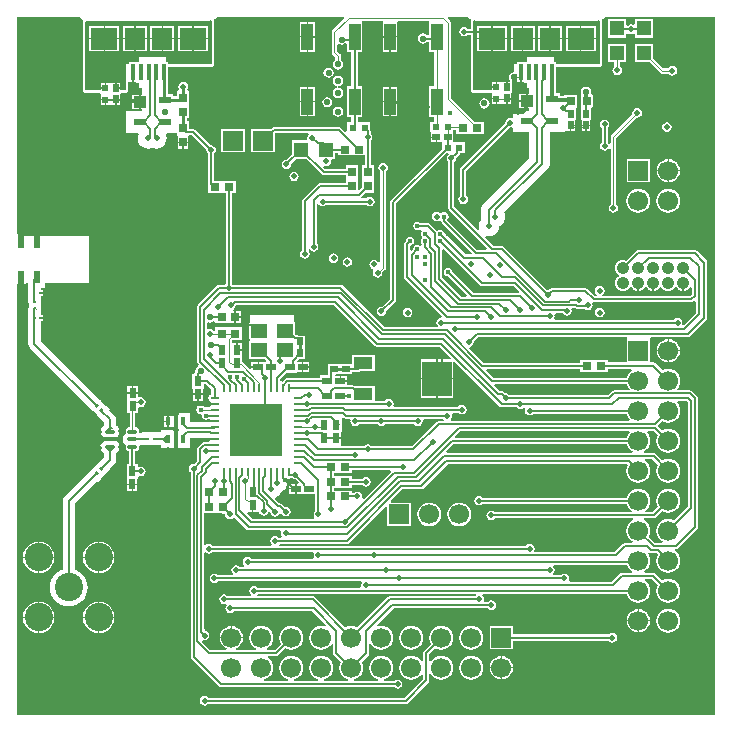
<source format=gtl>
%FSLAX43Y43*%
%MOMM*%
G71*
G01*
G75*
G04 Layer_Physical_Order=1*
G04 Layer_Color=255*
%ADD10R,0.600X1.000*%
%ADD11R,0.400X1.400*%
%ADD12R,2.300X1.900*%
%ADD13R,1.775X1.900*%
%ADD14R,0.650X0.500*%
%ADD15R,1.000X2.250*%
%ADD16R,1.400X1.150*%
%ADD17R,1.600X1.000*%
%ADD18R,2.500X3.000*%
%ADD19O,0.800X0.400*%
%ADD20O,0.250X0.700*%
%ADD21O,0.700X0.250*%
%ADD22R,4.500X4.500*%
%ADD23R,1.200X1.200*%
%ADD24R,1.100X0.600*%
%ADD25R,1.100X1.000*%
%ADD26R,0.350X0.700*%
%ADD27R,0.700X0.700*%
%ADD28R,0.282X0.205*%
%ADD29R,0.550X0.600*%
%ADD30R,0.650X0.800*%
%ADD31R,0.500X0.650*%
%ADD32R,0.762X0.762*%
%ADD33R,0.205X0.282*%
%ADD34R,0.600X0.900*%
%ADD35R,0.800X0.650*%
%ADD36R,0.600X0.550*%
G04:AMPARAMS|DCode=37|XSize=0.205mm|YSize=0.282mm|CornerRadius=0mm|HoleSize=0mm|Usage=FLASHONLY|Rotation=135.000|XOffset=0mm|YOffset=0mm|HoleType=Round|Shape=Rectangle|*
%AMROTATEDRECTD37*
4,1,4,0.172,0.027,-0.027,-0.172,-0.172,-0.027,0.027,0.172,0.172,0.027,0.0*
%
%ADD37ROTATEDRECTD37*%

G04:AMPARAMS|DCode=38|XSize=0.205mm|YSize=0.282mm|CornerRadius=0mm|HoleSize=0mm|Usage=FLASHONLY|Rotation=225.000|XOffset=0mm|YOffset=0mm|HoleType=Round|Shape=Rectangle|*
%AMROTATEDRECTD38*
4,1,4,-0.027,0.172,0.172,-0.027,0.027,-0.172,-0.172,0.027,-0.027,0.172,0.0*
%
%ADD38ROTATEDRECTD38*%

%ADD39R,0.900X0.600*%
%ADD40R,1.200X1.200*%
%ADD41R,0.700X0.700*%
%ADD42C,0.254*%
%ADD43C,0.203*%
%ADD44C,0.180*%
%ADD45C,0.150*%
%ADD46C,0.300*%
%ADD47C,0.125*%
%ADD48C,0.200*%
%ADD49C,0.114*%
%ADD50C,0.250*%
%ADD51C,0.205*%
%ADD52R,0.450X2.959*%
%ADD53R,2.025X0.450*%
%ADD54R,1.650X0.550*%
%ADD55R,0.601X0.571*%
%ADD56R,0.763X0.125*%
%ADD57R,0.600X0.670*%
%ADD58R,0.598X0.716*%
%ADD59R,2.386X0.197*%
%ADD60R,0.350X3.200*%
%ADD61R,1.700X1.700*%
%ADD62C,1.700*%
%ADD63R,1.700X1.700*%
%ADD64C,2.400*%
%ADD65C,1.050*%
%ADD66C,3.600*%
%ADD67C,0.762*%
%ADD68C,0.500*%
%ADD69C,0.450*%
%ADD70C,0.400*%
%ADD71C,0.550*%
G36*
X-41958Y-42583D02*
X-41927Y-42739D01*
X-41838Y-42871D01*
X-41706Y-42960D01*
X-41550Y-42991D01*
X-41394Y-42960D01*
X-41262Y-42871D01*
X-41134Y-42859D01*
X-40112Y-43880D01*
X-40030Y-43935D01*
X-39932Y-43955D01*
X-37297D01*
X-37202Y-44071D01*
X-37229Y-44208D01*
X-37198Y-44364D01*
X-37148Y-44439D01*
X-37219Y-44571D01*
X-37414D01*
X-37437Y-44538D01*
X-37569Y-44449D01*
X-37725Y-44418D01*
X-37881Y-44449D01*
X-38013Y-44538D01*
X-38102Y-44670D01*
X-38133Y-44826D01*
X-38102Y-44982D01*
X-38014Y-45113D01*
X-38023Y-45129D01*
X-38101Y-45245D01*
X-43037D01*
X-43059Y-45212D01*
X-43191Y-45123D01*
X-43348Y-45092D01*
X-43504Y-45123D01*
X-43636Y-45212D01*
X-43776Y-45118D01*
Y-42480D01*
X-42778D01*
Y-42480D01*
X-42778D01*
X-42778Y-42480D01*
X-42728D01*
Y-42480D01*
X-42475D01*
X-41958Y-42583D01*
D02*
G37*
G36*
X-2730Y-33131D02*
Y-41909D01*
X-3921Y-43100D01*
X-3926Y-43097D01*
X-4169Y-42996D01*
X-4430Y-42961D01*
X-4691Y-42996D01*
X-4934Y-43097D01*
X-5143Y-43257D01*
X-5303Y-43466D01*
X-5404Y-43709D01*
X-5439Y-43970D01*
X-5404Y-44231D01*
X-5303Y-44474D01*
X-5143Y-44683D01*
X-4934Y-44843D01*
X-4897Y-44859D01*
X-4927Y-45006D01*
X-5574D01*
X-6100Y-44479D01*
X-6096Y-44474D01*
X-5996Y-44231D01*
X-5961Y-43970D01*
X-5996Y-43709D01*
X-6096Y-43466D01*
X-6257Y-43257D01*
X-6466Y-43097D01*
X-6513Y-43077D01*
X-6483Y-42930D01*
X-5675D01*
X-5577Y-42910D01*
X-5495Y-42855D01*
X-4939Y-42300D01*
X-4934Y-42304D01*
X-4691Y-42404D01*
X-4430Y-42439D01*
X-4169Y-42404D01*
X-3926Y-42304D01*
X-3717Y-42143D01*
X-3556Y-41934D01*
X-3456Y-41691D01*
X-3421Y-41430D01*
X-3456Y-41169D01*
X-3556Y-40926D01*
X-3717Y-40717D01*
X-3926Y-40557D01*
X-4169Y-40456D01*
X-4430Y-40421D01*
X-4691Y-40456D01*
X-4934Y-40557D01*
X-5143Y-40717D01*
X-5303Y-40926D01*
X-5404Y-41169D01*
X-5439Y-41430D01*
X-5404Y-41691D01*
X-5303Y-41934D01*
X-5300Y-41939D01*
X-5781Y-42420D01*
X-6384D01*
X-6433Y-42278D01*
X-6257Y-42143D01*
X-6096Y-41934D01*
X-5996Y-41691D01*
X-5961Y-41430D01*
X-5996Y-41169D01*
X-6096Y-40926D01*
X-6257Y-40717D01*
X-6466Y-40557D01*
X-6709Y-40456D01*
X-6970Y-40421D01*
X-7231Y-40456D01*
X-7474Y-40557D01*
X-7683Y-40717D01*
X-7843Y-40926D01*
X-7944Y-41169D01*
X-7945Y-41175D01*
X-20142D01*
X-20164Y-41142D01*
X-20296Y-41053D01*
X-20452Y-41022D01*
X-20609Y-41053D01*
X-20741Y-41142D01*
X-20829Y-41274D01*
X-20860Y-41430D01*
X-20829Y-41586D01*
X-20741Y-41718D01*
X-20609Y-41807D01*
X-20452Y-41838D01*
X-20296Y-41807D01*
X-20164Y-41718D01*
X-20142Y-41685D01*
X-7945D01*
X-7944Y-41691D01*
X-7843Y-41934D01*
X-7683Y-42143D01*
X-7507Y-42278D01*
X-7556Y-42420D01*
X-19118D01*
X-19141Y-42387D01*
X-19273Y-42298D01*
X-19429Y-42267D01*
X-19585Y-42298D01*
X-19717Y-42387D01*
X-19806Y-42519D01*
X-19837Y-42675D01*
X-19806Y-42831D01*
X-19717Y-42963D01*
X-19585Y-43052D01*
X-19429Y-43083D01*
X-19273Y-43052D01*
X-19141Y-42963D01*
X-19118Y-42930D01*
X-7457D01*
X-7427Y-43077D01*
X-7474Y-43097D01*
X-7683Y-43257D01*
X-7843Y-43466D01*
X-7944Y-43709D01*
X-7979Y-43970D01*
X-7944Y-44231D01*
X-7843Y-44474D01*
X-7683Y-44683D01*
X-7474Y-44843D01*
X-7463Y-44848D01*
X-7493Y-44995D01*
X-8082D01*
X-8180Y-45015D01*
X-8262Y-45070D01*
X-8988Y-45795D01*
X-15716D01*
X-15786Y-45663D01*
X-15782Y-45656D01*
X-15751Y-45500D01*
X-15782Y-45344D01*
X-15870Y-45212D01*
X-16002Y-45123D01*
X-16159Y-45092D01*
X-16315Y-45123D01*
X-16447Y-45212D01*
X-16469Y-45245D01*
X-37349D01*
X-37371Y-45213D01*
X-37300Y-45081D01*
X-31653D01*
X-31555Y-45062D01*
X-31473Y-45006D01*
X-28354Y-41887D01*
X-28215Y-41945D01*
Y-43600D01*
X-26215D01*
Y-41600D01*
X-27870D01*
X-27928Y-41461D01*
X-26945Y-40479D01*
X-25372D01*
X-25274Y-40459D01*
X-25191Y-40404D01*
X-23112Y-38325D01*
X-7953D01*
X-7870Y-38449D01*
X-7944Y-38629D01*
X-7979Y-38890D01*
X-7944Y-39151D01*
X-7843Y-39394D01*
X-7683Y-39603D01*
X-7474Y-39764D01*
X-7231Y-39864D01*
X-6970Y-39899D01*
X-6709Y-39864D01*
X-6466Y-39764D01*
X-6257Y-39603D01*
X-6096Y-39394D01*
X-5996Y-39151D01*
X-5961Y-38890D01*
X-5996Y-38629D01*
X-6096Y-38386D01*
X-6257Y-38177D01*
X-6443Y-38034D01*
X-6395Y-37892D01*
X-5789D01*
X-5300Y-38381D01*
X-5303Y-38386D01*
X-5404Y-38629D01*
X-5439Y-38890D01*
X-5404Y-39151D01*
X-5303Y-39394D01*
X-5143Y-39603D01*
X-4934Y-39764D01*
X-4691Y-39864D01*
X-4430Y-39899D01*
X-4169Y-39864D01*
X-3926Y-39764D01*
X-3717Y-39603D01*
X-3556Y-39394D01*
X-3456Y-39151D01*
X-3421Y-38890D01*
X-3456Y-38629D01*
X-3556Y-38386D01*
X-3717Y-38177D01*
X-3926Y-38017D01*
X-4169Y-37916D01*
X-4430Y-37881D01*
X-4691Y-37916D01*
X-4934Y-38017D01*
X-4939Y-38020D01*
X-5503Y-37457D01*
X-5585Y-37402D01*
X-5683Y-37382D01*
X-6464D01*
X-6493Y-37235D01*
X-6466Y-37223D01*
X-6257Y-37063D01*
X-6096Y-36854D01*
X-5996Y-36611D01*
X-5961Y-36350D01*
X-5996Y-36089D01*
X-6096Y-35846D01*
X-6255Y-35639D01*
X-6188Y-35505D01*
X-5636D01*
X-5300Y-35841D01*
X-5303Y-35846D01*
X-5404Y-36089D01*
X-5439Y-36350D01*
X-5404Y-36611D01*
X-5303Y-36854D01*
X-5143Y-37063D01*
X-4934Y-37223D01*
X-4691Y-37324D01*
X-4430Y-37359D01*
X-4169Y-37324D01*
X-3926Y-37223D01*
X-3717Y-37063D01*
X-3556Y-36854D01*
X-3456Y-36611D01*
X-3421Y-36350D01*
X-3456Y-36089D01*
X-3556Y-35846D01*
X-3717Y-35637D01*
X-3926Y-35477D01*
X-4169Y-35376D01*
X-4430Y-35341D01*
X-4691Y-35376D01*
X-4934Y-35477D01*
X-4939Y-35480D01*
X-5340Y-35080D01*
X-4939Y-34680D01*
X-4934Y-34683D01*
X-4691Y-34784D01*
X-4430Y-34819D01*
X-4169Y-34784D01*
X-3926Y-34683D01*
X-3717Y-34523D01*
X-3556Y-34314D01*
X-3456Y-34071D01*
X-3421Y-33810D01*
X-3456Y-33549D01*
X-3556Y-33306D01*
X-3703Y-33114D01*
X-3637Y-32980D01*
X-2881D01*
X-2730Y-33131D01*
D02*
G37*
G36*
X-52775Y-33237D02*
X-52838Y-33301D01*
X-52855D01*
X-52879Y-33231D01*
X-52774Y-33229D01*
X-52775Y-33237D01*
D02*
G37*
G36*
X-7970Y-27730D02*
X-7970D01*
Y-29711D01*
X-9555D01*
Y-29500D01*
X-10705D01*
D01*
D01*
X-10705Y-29500D01*
X-10755D01*
Y-29500D01*
X-11905D01*
Y-29745D01*
X-20064D01*
X-21283Y-28526D01*
X-21239Y-28383D01*
X-21175Y-28370D01*
X-21042Y-28281D01*
X-20954Y-28149D01*
X-20923Y-27993D01*
X-20931Y-27954D01*
X-20564Y-27587D01*
X-7970D01*
Y-27730D01*
D02*
G37*
G36*
X-51800Y-35425D02*
X-52025D01*
X-51800Y-35200D01*
Y-35425D01*
D02*
G37*
G36*
X-51400Y-35400D02*
X-51600D01*
Y-35200D01*
X-51400Y-35400D01*
D02*
G37*
G36*
X-20607Y-809D02*
X-20599Y-812D01*
X-10600D01*
X-10592Y-809D01*
X-10295Y-770D01*
X-10200Y-853D01*
Y-4500D01*
X-13925D01*
Y-4275D01*
X-14150D01*
Y-3850D01*
X-16400D01*
Y-4275D01*
X-17275D01*
Y-4500D01*
X-17500D01*
Y-5167D01*
X-17666Y-5200D01*
X-17806Y-5294D01*
X-17900Y-5434D01*
X-17933Y-5600D01*
X-17900Y-5766D01*
X-17835Y-5863D01*
X-17895Y-5975D01*
X-18038D01*
Y-6425D01*
X-18163D01*
Y-5975D01*
X-18475D01*
D01*
D01*
X-18475Y-5975D01*
X-18600D01*
Y-5975D01*
X-18938D01*
Y-6400D01*
X-19000D01*
Y-6463D01*
X-19400D01*
Y-6700D01*
X-21000D01*
Y-853D01*
X-20905Y-770D01*
X-20607Y-809D01*
D02*
G37*
G36*
X-29251Y-28319D02*
X-29169Y-28375D01*
X-29071Y-28394D01*
X-23770D01*
X-22831Y-29333D01*
X-22889Y-29471D01*
X-23953D01*
Y-31034D01*
X-22641D01*
Y-29719D01*
X-22502Y-29662D01*
X-18707Y-33457D01*
X-18652Y-33494D01*
X-18625Y-33512D01*
X-18527Y-33531D01*
X-17261D01*
X-17238Y-33565D01*
X-17106Y-33653D01*
X-16950Y-33684D01*
X-16794Y-33653D01*
X-16698Y-33590D01*
X-16581Y-33619D01*
X-16543Y-33644D01*
X-16538Y-33654D01*
X-16569Y-33810D01*
X-16538Y-33966D01*
X-16450Y-34098D01*
X-16317Y-34187D01*
X-16161Y-34218D01*
X-16005Y-34187D01*
X-15873Y-34098D01*
X-15851Y-34065D01*
X-7945D01*
X-7944Y-34071D01*
X-7843Y-34314D01*
X-7683Y-34523D01*
X-7730Y-34662D01*
X-22827D01*
X-22870Y-34519D01*
X-22859Y-34511D01*
X-22771Y-34379D01*
X-22740Y-34223D01*
X-22765Y-34096D01*
X-22670Y-33980D01*
X-22219D01*
X-22196Y-34013D01*
X-22064Y-34102D01*
X-21908Y-34133D01*
X-21752Y-34102D01*
X-21620Y-34013D01*
X-21531Y-33881D01*
X-21500Y-33725D01*
X-21531Y-33569D01*
X-21620Y-33437D01*
X-21752Y-33348D01*
X-21908Y-33317D01*
X-22064Y-33348D01*
X-22196Y-33437D01*
X-22219Y-33470D01*
X-27628D01*
X-27723Y-33354D01*
X-27698Y-33225D01*
X-27729Y-33069D01*
X-27817Y-32937D01*
X-27950Y-32848D01*
X-28106Y-32817D01*
X-28262Y-32848D01*
X-28394Y-32937D01*
X-28416Y-32970D01*
X-29291D01*
Y-31721D01*
X-30975D01*
X-31013Y-31696D01*
X-31111Y-31677D01*
X-31628D01*
Y-31334D01*
X-32203D01*
Y-31271D01*
X-32266D01*
Y-30846D01*
X-32678D01*
X-32678Y-30796D01*
X-32678D01*
Y-30789D01*
X-32572Y-30683D01*
X-31253D01*
Y-30529D01*
X-30728D01*
X-30624Y-30508D01*
X-30570Y-30471D01*
X-29291D01*
Y-29121D01*
X-31241D01*
Y-29833D01*
X-31253D01*
Y-29833D01*
X-33203D01*
Y-30321D01*
X-33208Y-30326D01*
X-33264Y-30409D01*
X-33283Y-30506D01*
X-33283Y-30506D01*
X-33283D01*
X-33283Y-30506D01*
X-33283D01*
Y-30796D01*
X-33928D01*
Y-31065D01*
X-36683D01*
X-36781Y-31084D01*
X-36863Y-31140D01*
X-37073Y-31349D01*
X-37222Y-31335D01*
X-37295Y-31226D01*
Y-31158D01*
X-36752Y-30614D01*
X-35869D01*
Y-30564D01*
X-35456D01*
Y-30139D01*
Y-29714D01*
X-35789D01*
X-35846Y-29576D01*
X-35666Y-29396D01*
X-35161D01*
Y-28446D01*
Y-27446D01*
X-35757D01*
X-35785Y-27441D01*
X-35973D01*
X-35997Y-27417D01*
Y-26298D01*
X-36112D01*
Y-25725D01*
X-39837D01*
Y-26348D01*
X-39897D01*
Y-27748D01*
X-39837D01*
Y-27898D01*
X-39947D01*
Y-29398D01*
X-38585D01*
X-38456Y-29526D01*
X-38514Y-29664D01*
X-38675D01*
Y-29714D01*
X-39088D01*
Y-30139D01*
X-39150D01*
Y-30202D01*
X-39725D01*
Y-30229D01*
X-39864Y-30286D01*
X-40427Y-29723D01*
X-40504Y-29671D01*
Y-29167D01*
X-40554D01*
Y-28754D01*
X-40979D01*
Y-28692D01*
X-41042D01*
Y-28117D01*
X-41344D01*
Y-27874D01*
X-41335Y-27865D01*
X-40566D01*
Y-26753D01*
X-41678D01*
Y-26760D01*
X-41725D01*
Y-26760D01*
X-42775D01*
Y-27067D01*
X-42920D01*
X-42951Y-27021D01*
X-43083Y-26933D01*
X-43239Y-26901D01*
X-43387Y-26931D01*
X-43503Y-26836D01*
Y-26378D01*
X-43371Y-26307D01*
X-43363Y-26313D01*
X-43197Y-26346D01*
X-43031Y-26313D01*
X-42907Y-26230D01*
X-42775Y-26301D01*
Y-26410D01*
X-41734D01*
X-41734Y-26410D01*
Y-26410D01*
X-41725Y-26410D01*
X-41725D01*
X-41628Y-26418D01*
X-41619Y-26418D01*
X-41619Y-26418D01*
Y-26418D01*
X-41184D01*
Y-25912D01*
Y-25406D01*
X-41245D01*
X-41288Y-25263D01*
X-41171Y-25184D01*
X-41083Y-25052D01*
X-41052Y-24896D01*
X-40744Y-24835D01*
X-32736D01*
X-29251Y-28319D01*
D02*
G37*
G36*
X-52295Y-33823D02*
X-52349Y-33765D01*
X-52341Y-33757D01*
X-52293Y-33709D01*
X-52295Y-33823D01*
D02*
G37*
G36*
X-7944Y-31531D02*
X-7843Y-31774D01*
X-7704Y-31956D01*
X-7771Y-32090D01*
X-9006D01*
X-9103Y-32110D01*
X-9186Y-32165D01*
X-9518Y-32497D01*
X-17879D01*
X-17901Y-32463D01*
X-18033Y-32375D01*
X-18190Y-32344D01*
X-18229Y-32352D01*
X-18370Y-32211D01*
X-18453Y-32156D01*
X-18550Y-32136D01*
X-18707D01*
X-19180Y-31663D01*
X-19122Y-31525D01*
X-7945D01*
X-7944Y-31531D01*
D02*
G37*
G36*
X-7843Y-47014D02*
X-7683Y-47223D01*
X-7481Y-47378D01*
X-7524Y-47503D01*
X-7531Y-47520D01*
X-8332D01*
X-8429Y-47540D01*
X-8512Y-47595D01*
X-9237Y-48320D01*
X-12787D01*
X-12858Y-48188D01*
X-12848Y-48173D01*
X-12817Y-48017D01*
X-12848Y-47861D01*
X-12937Y-47729D01*
X-13069Y-47640D01*
X-13225Y-47609D01*
X-13381Y-47640D01*
X-13513Y-47729D01*
X-13536Y-47762D01*
X-14181D01*
X-14225Y-47618D01*
X-14173Y-47584D01*
X-14084Y-47451D01*
X-14053Y-47295D01*
X-14084Y-47139D01*
X-14173Y-47007D01*
X-14185Y-46998D01*
X-14142Y-46855D01*
X-7910D01*
X-7843Y-47014D01*
D02*
G37*
G36*
X-20729Y-49383D02*
X-20819Y-49503D01*
X-27998D01*
X-28079Y-49519D01*
X-28096Y-49522D01*
X-28178Y-49578D01*
X-30761Y-52160D01*
X-30766Y-52157D01*
X-31009Y-52056D01*
X-31270Y-52021D01*
X-31531Y-52056D01*
X-31774Y-52157D01*
X-31779Y-52160D01*
X-34345Y-49595D01*
X-34427Y-49540D01*
X-34525Y-49520D01*
X-39234D01*
X-39262Y-49425D01*
X-39173Y-49305D01*
X-20753D01*
X-20729Y-49383D01*
D02*
G37*
G36*
X-11905Y-30500D02*
X-10755D01*
Y-30500D01*
X-10755D01*
X-10755Y-30500D01*
X-10705D01*
Y-30500D01*
X-9555D01*
Y-30274D01*
X-7549D01*
X-7500Y-30416D01*
X-7683Y-30557D01*
X-7843Y-30766D01*
X-7944Y-31009D01*
X-7945Y-31015D01*
X-19259D01*
X-19881Y-30393D01*
X-19823Y-30255D01*
X-11905D01*
Y-30500D01*
D02*
G37*
G36*
X-34432Y-45887D02*
X-34436Y-45894D01*
X-34467Y-46050D01*
X-34436Y-46206D01*
X-34432Y-46213D01*
X-34503Y-46345D01*
X-39747D01*
X-39769Y-46312D01*
X-39902Y-46223D01*
X-40058Y-46192D01*
X-40214Y-46223D01*
X-40346Y-46312D01*
X-40435Y-46444D01*
X-40466Y-46600D01*
X-40435Y-46756D01*
X-40346Y-46888D01*
X-40333Y-46897D01*
X-40377Y-47040D01*
X-40714D01*
X-40737Y-47007D01*
X-40869Y-46919D01*
X-41025Y-46887D01*
X-41181Y-46919D01*
X-41313Y-47007D01*
X-41402Y-47139D01*
X-41433Y-47295D01*
X-41402Y-47451D01*
X-41313Y-47584D01*
X-41261Y-47618D01*
X-41305Y-47762D01*
X-42550D01*
X-42572Y-47729D01*
X-42704Y-47640D01*
X-42860Y-47609D01*
X-43016Y-47640D01*
X-43149Y-47729D01*
X-43237Y-47861D01*
X-43268Y-48017D01*
X-43237Y-48173D01*
X-43149Y-48305D01*
X-43016Y-48394D01*
X-42860Y-48425D01*
X-42704Y-48394D01*
X-42572Y-48305D01*
X-42550Y-48272D01*
X-30463D01*
X-30392Y-48404D01*
X-30402Y-48419D01*
X-30433Y-48575D01*
X-30412Y-48679D01*
X-30507Y-48795D01*
X-39198D01*
X-39220Y-48762D01*
X-39352Y-48673D01*
X-39508Y-48642D01*
X-39664Y-48673D01*
X-39797Y-48762D01*
X-39885Y-48894D01*
X-39916Y-49050D01*
X-39885Y-49206D01*
X-39797Y-49338D01*
X-39740Y-49377D01*
X-39783Y-49520D01*
X-41739D01*
X-41762Y-49487D01*
X-41894Y-49398D01*
X-42050Y-49367D01*
X-42206Y-49398D01*
X-42338Y-49487D01*
X-42427Y-49619D01*
X-42458Y-49775D01*
X-42427Y-49931D01*
X-42338Y-50063D01*
X-42206Y-50152D01*
X-42050Y-50183D01*
X-41920Y-50157D01*
X-41836Y-50282D01*
X-41916Y-50401D01*
X-41947Y-50557D01*
X-41916Y-50713D01*
X-41828Y-50845D01*
X-41695Y-50934D01*
X-41539Y-50965D01*
X-41383Y-50934D01*
X-41251Y-50845D01*
X-41229Y-50812D01*
X-34574D01*
X-33447Y-51939D01*
X-33530Y-52064D01*
X-33549Y-52056D01*
X-33810Y-52021D01*
X-34071Y-52056D01*
X-34314Y-52157D01*
X-34523Y-52317D01*
X-34683Y-52526D01*
X-34784Y-52769D01*
X-34819Y-53030D01*
X-34784Y-53291D01*
X-34683Y-53534D01*
X-34523Y-53743D01*
X-34314Y-53903D01*
X-34071Y-54004D01*
X-33810Y-54039D01*
X-33549Y-54004D01*
X-33306Y-53903D01*
X-33097Y-53743D01*
X-32947Y-53548D01*
X-32805Y-53596D01*
Y-54290D01*
X-32785Y-54388D01*
X-32730Y-54470D01*
X-32140Y-55061D01*
X-32144Y-55066D01*
X-32244Y-55309D01*
X-32279Y-55570D01*
X-32244Y-55831D01*
X-32144Y-56074D01*
X-31983Y-56283D01*
X-31774Y-56444D01*
X-31531Y-56544D01*
X-31522Y-56545D01*
X-31532Y-56695D01*
X-33548D01*
X-33558Y-56545D01*
X-33549Y-56544D01*
X-33306Y-56444D01*
X-33097Y-56283D01*
X-32937Y-56074D01*
X-32836Y-55831D01*
X-32801Y-55570D01*
X-32836Y-55309D01*
X-32937Y-55066D01*
X-33097Y-54857D01*
X-33306Y-54696D01*
X-33549Y-54596D01*
X-33810Y-54561D01*
X-34071Y-54596D01*
X-34314Y-54696D01*
X-34523Y-54857D01*
X-34683Y-55066D01*
X-34784Y-55309D01*
X-34819Y-55570D01*
X-34784Y-55831D01*
X-34683Y-56074D01*
X-34523Y-56283D01*
X-34314Y-56444D01*
X-34071Y-56544D01*
X-34062Y-56545D01*
X-34072Y-56695D01*
X-36088D01*
X-36098Y-56545D01*
X-36089Y-56544D01*
X-35846Y-56444D01*
X-35637Y-56283D01*
X-35477Y-56074D01*
X-35376Y-55831D01*
X-35341Y-55570D01*
X-35376Y-55309D01*
X-35477Y-55066D01*
X-35637Y-54857D01*
X-35846Y-54696D01*
X-36089Y-54596D01*
X-36350Y-54561D01*
X-36611Y-54596D01*
X-36854Y-54696D01*
X-37063Y-54857D01*
X-37223Y-55066D01*
X-37324Y-55309D01*
X-37359Y-55570D01*
X-37324Y-55831D01*
X-37223Y-56074D01*
X-37063Y-56283D01*
X-36854Y-56444D01*
X-36611Y-56544D01*
X-36602Y-56545D01*
X-36612Y-56695D01*
X-38628D01*
X-38638Y-56545D01*
X-38629Y-56544D01*
X-38386Y-56444D01*
X-38177Y-56283D01*
X-38017Y-56074D01*
X-37916Y-55831D01*
X-37881Y-55570D01*
X-37916Y-55309D01*
X-38017Y-55066D01*
X-38177Y-54857D01*
X-38353Y-54722D01*
X-38304Y-54580D01*
X-37645D01*
X-37547Y-54560D01*
X-37465Y-54505D01*
X-36859Y-53900D01*
X-36854Y-53903D01*
X-36611Y-54004D01*
X-36350Y-54039D01*
X-36089Y-54004D01*
X-35846Y-53903D01*
X-35637Y-53743D01*
X-35477Y-53534D01*
X-35376Y-53291D01*
X-35341Y-53030D01*
X-35376Y-52769D01*
X-35477Y-52526D01*
X-35637Y-52317D01*
X-35846Y-52157D01*
X-36089Y-52056D01*
X-36350Y-52021D01*
X-36611Y-52056D01*
X-36854Y-52157D01*
X-37063Y-52317D01*
X-37223Y-52526D01*
X-37324Y-52769D01*
X-37359Y-53030D01*
X-37324Y-53291D01*
X-37223Y-53534D01*
X-37220Y-53539D01*
X-37751Y-54070D01*
X-38403D01*
X-38433Y-53923D01*
X-38386Y-53903D01*
X-38177Y-53743D01*
X-38017Y-53534D01*
X-37916Y-53291D01*
X-37881Y-53030D01*
X-37916Y-52769D01*
X-38017Y-52526D01*
X-38177Y-52317D01*
X-38386Y-52157D01*
X-38629Y-52056D01*
X-38890Y-52021D01*
X-39151Y-52056D01*
X-39394Y-52157D01*
X-39603Y-52317D01*
X-39764Y-52526D01*
X-39864Y-52769D01*
X-39899Y-53030D01*
X-39864Y-53291D01*
X-39764Y-53534D01*
X-39603Y-53743D01*
X-39394Y-53903D01*
X-39347Y-53923D01*
X-39377Y-54070D01*
X-41009D01*
X-41038Y-53923D01*
X-40938Y-53882D01*
X-40735Y-53725D01*
X-40578Y-53522D01*
X-40480Y-53285D01*
X-40455Y-53092D01*
X-42405D01*
X-42380Y-53285D01*
X-42282Y-53522D01*
X-42125Y-53725D01*
X-41922Y-53882D01*
X-41822Y-53923D01*
X-41851Y-54070D01*
X-43207D01*
X-43916Y-53361D01*
X-43846Y-53229D01*
X-43700Y-53258D01*
X-43544Y-53227D01*
X-43412Y-53138D01*
X-43323Y-53006D01*
X-43292Y-52850D01*
X-43323Y-52694D01*
X-43412Y-52562D01*
X-43544Y-52473D01*
X-43700Y-52442D01*
X-43776Y-52059D01*
Y-45882D01*
X-43636Y-45788D01*
X-43504Y-45877D01*
X-43348Y-45908D01*
X-43191Y-45877D01*
X-43059Y-45788D01*
X-43037Y-45755D01*
X-34503D01*
X-34432Y-45887D01*
D02*
G37*
G36*
X-21197Y-649D02*
X-21171Y-660D01*
D01*
X-21160Y-774D01*
X-21160D01*
X-21160D01*
Y-774D01*
Y-774D01*
X-21160Y-774D01*
X-21162Y-780D01*
X-21165Y-785D01*
X-21171Y-813D01*
X-21178Y-842D01*
X-21177Y-847D01*
X-21178Y-853D01*
Y-1455D01*
X-21415D01*
X-21437Y-1422D01*
X-21569Y-1333D01*
X-21725Y-1302D01*
X-21881Y-1333D01*
X-22014Y-1422D01*
X-22102Y-1554D01*
X-22133Y-1710D01*
X-22102Y-1866D01*
X-22014Y-1999D01*
X-21881Y-2087D01*
X-21725Y-2118D01*
X-21569Y-2087D01*
X-21437Y-1999D01*
X-21415Y-1965D01*
X-21178D01*
Y-6700D01*
X-21165Y-6768D01*
X-21126Y-6826D01*
X-21068Y-6865D01*
X-21000Y-6878D01*
X-19400D01*
Y-6975D01*
Y-6975D01*
X-19400Y-6981D01*
X-19400Y-6981D01*
X-19400D01*
Y-7338D01*
X-19000D01*
Y-7400D01*
X-18938D01*
Y-7825D01*
X-18600D01*
Y-7825D01*
X-18600D01*
X-18600Y-7825D01*
X-18475Y-7825D01*
Y-7825D01*
X-18163D01*
Y-7375D01*
X-18100D01*
Y-7312D01*
X-17725D01*
Y-6925D01*
X-17675D01*
Y-5937D01*
X-17670Y-5922D01*
X-17660Y-5898D01*
Y-5889D01*
X-17658Y-5880D01*
X-17660Y-5854D01*
Y-5828D01*
X-17664Y-5820D01*
X-17665Y-5811D01*
X-17677Y-5788D01*
X-17687Y-5764D01*
X-17732Y-5696D01*
X-17751Y-5600D01*
X-17732Y-5504D01*
X-17678Y-5422D01*
X-17596Y-5368D01*
X-17465Y-5342D01*
X-17449Y-5335D01*
X-17432Y-5332D01*
X-17417Y-5322D01*
X-17401Y-5315D01*
X-17388Y-5303D01*
X-17374Y-5293D01*
X-17369Y-5285D01*
X-17285Y-5310D01*
X-17225Y-5335D01*
Y-5975D01*
X-16962D01*
Y-5150D01*
X-16837D01*
Y-5975D01*
X-16625D01*
Y-6025D01*
X-16400D01*
Y-6450D01*
X-16236D01*
Y-6975D01*
X-16337D01*
Y-7600D01*
Y-8225D01*
X-16236D01*
Y-8400D01*
X-17550D01*
Y-8982D01*
X-17673Y-9048D01*
X-17829Y-9017D01*
X-17985Y-9048D01*
X-18117Y-9137D01*
X-18206Y-9269D01*
X-18237Y-9425D01*
X-18229Y-9465D01*
X-21980Y-13216D01*
X-22035Y-13298D01*
X-22055Y-13396D01*
Y-15589D01*
X-22088Y-15612D01*
X-22177Y-15744D01*
X-22208Y-15900D01*
X-22177Y-16056D01*
X-22088Y-16188D01*
X-21956Y-16277D01*
X-21800Y-16308D01*
X-21644Y-16277D01*
X-21512Y-16188D01*
X-21423Y-16056D01*
X-21392Y-15900D01*
X-21423Y-15744D01*
X-21512Y-15612D01*
X-21545Y-15589D01*
Y-13502D01*
X-17869Y-9825D01*
X-17829Y-9833D01*
X-17673Y-9802D01*
X-17550Y-9868D01*
Y-10200D01*
X-16236D01*
Y-12439D01*
X-20092Y-16295D01*
X-20203Y-16439D01*
X-20243Y-16537D01*
X-20272Y-16607D01*
X-20296Y-16787D01*
Y-17711D01*
X-20342Y-17771D01*
X-20428Y-17978D01*
X-20457Y-18200D01*
X-20428Y-18422D01*
X-20408Y-18469D01*
X-20533Y-18553D01*
X-22536Y-16550D01*
Y-12759D01*
X-22503Y-12736D01*
X-22414Y-12604D01*
X-22383Y-12448D01*
X-22385Y-12440D01*
X-22120Y-12175D01*
X-22059Y-12084D01*
X-22055Y-12066D01*
X-22039Y-11985D01*
X-21645D01*
Y-11085D01*
X-22595D01*
D01*
X-22595D01*
X-22625Y-11055D01*
Y-10250D01*
Y-10042D01*
X-22375D01*
Y-10400D01*
X-21225D01*
Y-10400D01*
X-21225D01*
X-21225Y-10400D01*
X-21175D01*
Y-10400D01*
X-20025D01*
Y-9400D01*
X-20758D01*
X-22858Y-7300D01*
Y-950D01*
X-22858Y-950D01*
X-22876Y-857D01*
X-22894Y-831D01*
X-22929Y-779D01*
X-22929Y-779D01*
X-23107Y-601D01*
X-23049Y-462D01*
X-21441D01*
X-21197Y-649D01*
D02*
G37*
G36*
X-57918Y-24538D02*
X-57919Y-24550D01*
X-58005D01*
X-58003Y-24548D01*
Y-24475D01*
X-58003Y-24454D01*
X-57918Y-24538D01*
D02*
G37*
G36*
X-2122Y-24575D02*
Y-25556D01*
X-3142Y-26576D01*
X-3250Y-26518D01*
X-3271Y-26492D01*
X-3243Y-26351D01*
X-3274Y-26195D01*
X-3363Y-26063D01*
X-3495Y-25974D01*
X-3651Y-25943D01*
X-3807Y-25974D01*
X-3940Y-26063D01*
X-3962Y-26096D01*
X-14026D01*
X-14097Y-25964D01*
X-14084Y-25945D01*
X-14053Y-25789D01*
X-14074Y-25685D01*
X-13979Y-25569D01*
X-13356D01*
X-13313Y-25632D01*
X-13181Y-25721D01*
X-13025Y-25752D01*
X-12869Y-25721D01*
X-12737Y-25632D01*
X-12648Y-25500D01*
X-12617Y-25344D01*
X-12638Y-25240D01*
X-12543Y-25124D01*
X-12316D01*
X-12283Y-25145D01*
X-12186Y-25165D01*
X-11559D01*
X-11539Y-25193D01*
X-11407Y-25282D01*
X-11251Y-25313D01*
X-11095Y-25282D01*
X-10963Y-25193D01*
X-10874Y-25061D01*
X-10843Y-24905D01*
X-10874Y-24749D01*
X-10829Y-24619D01*
X-10829Y-24619D01*
X-10732Y-24638D01*
X-2487D01*
X-2390Y-24619D01*
X-2307Y-24564D01*
X-2261Y-24517D01*
X-2122Y-24575D01*
D02*
G37*
G36*
X-20380Y-23180D02*
X-20298Y-23235D01*
X-20200Y-23255D01*
X-17534D01*
X-17047Y-23742D01*
X-17104Y-23881D01*
X-20909D01*
X-22719Y-22070D01*
X-22745Y-21938D01*
X-22823Y-21823D01*
X-22938Y-21745D01*
X-23075Y-21718D01*
X-23212Y-21745D01*
X-23327Y-21823D01*
X-23405Y-21938D01*
X-23432Y-22075D01*
X-23405Y-22212D01*
X-23327Y-22327D01*
X-23212Y-22405D01*
X-23080Y-22431D01*
X-21468Y-24042D01*
X-21526Y-24181D01*
X-21941D01*
X-23583Y-22539D01*
Y-20173D01*
X-23445Y-20116D01*
X-20380Y-23180D01*
D02*
G37*
G36*
X-462Y-59538D02*
X-59538D01*
Y-23125D01*
X-58775D01*
Y-23000D01*
X-58609D01*
Y-24602D01*
X-58599Y-24652D01*
Y-25076D01*
X-58609Y-25126D01*
Y-28153D01*
X-58609Y-28153D01*
X-58570Y-28350D01*
X-58459Y-28516D01*
X-53194Y-33781D01*
X-53169Y-33797D01*
X-52844Y-34122D01*
X-52816Y-34164D01*
X-52212Y-34768D01*
Y-35036D01*
X-52292Y-35115D01*
X-52333Y-35142D01*
X-52465Y-35341D01*
X-52512Y-35575D01*
X-52465Y-35809D01*
X-52333Y-36008D01*
X-52203Y-36094D01*
X-52206Y-36098D01*
X-52219Y-36162D01*
X-52022D01*
X-51900Y-36187D01*
X-51500D01*
X-51378Y-36162D01*
X-51181D01*
X-51194Y-36098D01*
X-51197Y-36094D01*
X-51067Y-36008D01*
X-50935Y-35809D01*
X-50888Y-35575D01*
X-50935Y-35341D01*
X-51067Y-35142D01*
X-51110Y-35114D01*
X-51112Y-35112D01*
X-51112Y-35112D01*
X-51188Y-35036D01*
Y-34556D01*
X-51188Y-34556D01*
X-51227Y-34360D01*
X-51338Y-34194D01*
X-51338Y-34194D01*
X-51775Y-33756D01*
X-51728Y-33709D01*
X-51981Y-33456D01*
X-52001Y-33425D01*
X-52002Y-33424D01*
X-52003Y-33422D01*
X-52037Y-33400D01*
X-52438Y-32998D01*
X-52447Y-32990D01*
X-52453Y-32977D01*
X-52476Y-32957D01*
X-52494Y-32933D01*
X-52522Y-32915D01*
X-52774Y-32663D01*
X-52774D01*
X-52863D01*
X-57584Y-27941D01*
Y-26213D01*
X-57392D01*
Y-25681D01*
X-57517D01*
Y-25618D01*
X-57517D01*
Y-25272D01*
X-57512Y-25254D01*
X-57514Y-25234D01*
X-57510Y-25215D01*
X-57511Y-25210D01*
X-57511Y-25209D01*
X-57517Y-25179D01*
Y-25143D01*
Y-24600D01*
X-57513Y-24583D01*
X-57512Y-24571D01*
X-57513Y-24559D01*
X-57511Y-24550D01*
X-57512Y-24545D01*
X-57510Y-24536D01*
X-57517Y-24502D01*
Y-24138D01*
D01*
Y-24138D01*
X-57464Y-24085D01*
X-57394D01*
Y-23553D01*
X-57584D01*
Y-23400D01*
X-57200D01*
Y-23000D01*
X-53500D01*
Y-19000D01*
X-57475D01*
Y-18875D01*
X-58325D01*
Y-19000D01*
X-58775D01*
Y-18875D01*
X-59538D01*
Y-462D01*
X-54325D01*
X-54081Y-649D01*
X-53999Y-792D01*
Y-792D01*
X-53999Y-792D01*
X-54005Y-820D01*
X-54012Y-848D01*
X-54011Y-854D01*
X-54012Y-860D01*
Y-6700D01*
X-53999Y-6768D01*
X-53960Y-6826D01*
X-53902Y-6865D01*
X-53834Y-6878D01*
X-52550D01*
Y-6947D01*
Y-6947D01*
D01*
Y-6953D01*
Y-6953D01*
Y-6953D01*
X-52500Y-7053D01*
D01*
X-52500Y-7059D01*
X-52500Y-7059D01*
X-52500D01*
Y-7416D01*
X-52100D01*
Y-7478D01*
X-52037D01*
Y-7903D01*
X-51700D01*
Y-7903D01*
X-51700D01*
X-51700Y-7903D01*
X-51575Y-7903D01*
Y-7903D01*
X-51263D01*
Y-7453D01*
X-51200D01*
Y-7391D01*
X-50825D01*
Y-7003D01*
X-50775D01*
Y-6878D01*
X-50334D01*
X-50266Y-6865D01*
X-50208Y-6826D01*
X-50169Y-6768D01*
X-50156Y-6700D01*
Y-5975D01*
X-50059D01*
Y-5975D01*
X-49797D01*
Y-5150D01*
X-49672D01*
Y-5975D01*
X-49459D01*
Y-6025D01*
X-49234D01*
Y-6450D01*
X-48995D01*
Y-7053D01*
X-49097D01*
Y-7678D01*
Y-8303D01*
X-48995D01*
Y-8478D01*
X-50309D01*
Y-10278D01*
X-49319D01*
X-49236Y-10403D01*
X-49294Y-10542D01*
X-49323Y-10764D01*
X-49294Y-10986D01*
X-49208Y-11193D01*
X-49072Y-11370D01*
X-48894Y-11507D01*
X-48688Y-11592D01*
X-48466Y-11621D01*
X-48244Y-11592D01*
X-48109Y-11536D01*
X-47974Y-11592D01*
X-47752Y-11621D01*
X-47530Y-11592D01*
X-47324Y-11507D01*
X-47146Y-11370D01*
X-47010Y-11193D01*
X-46924Y-10986D01*
X-46895Y-10764D01*
X-46924Y-10542D01*
X-46982Y-10403D01*
X-46899Y-10278D01*
X-46010D01*
Y-10469D01*
X-46010Y-10469D01*
X-46010D01*
X-46010Y-10475D01*
X-45960Y-10575D01*
D01*
X-45960Y-10581D01*
X-45960Y-10581D01*
X-45960D01*
Y-11038D01*
X-45060D01*
Y-10581D01*
X-45060Y-10581D01*
D01*
X-45010Y-10475D01*
X-45010Y-10475D01*
D01*
D01*
Y-10475D01*
Y-10475D01*
Y-10475D01*
Y-10475D01*
Y-10469D01*
Y-10469D01*
D01*
Y-10455D01*
X-44790D01*
X-43546Y-11698D01*
X-43554Y-11738D01*
X-43523Y-11894D01*
X-43435Y-12026D01*
X-43401Y-12048D01*
Y-14374D01*
X-43425D01*
Y-15374D01*
X-42275D01*
Y-15374D01*
X-42275D01*
X-42275Y-15374D01*
X-42225D01*
Y-15374D01*
X-41904D01*
Y-23077D01*
X-41938Y-23100D01*
X-41960Y-23133D01*
X-42454D01*
X-42551Y-23153D01*
X-42634Y-23208D01*
X-44238Y-24812D01*
X-44293Y-24895D01*
X-44313Y-24992D01*
Y-29662D01*
X-44293Y-29759D01*
X-44238Y-29842D01*
X-44196Y-29884D01*
X-44210Y-30034D01*
X-44341Y-30121D01*
X-44435Y-30262D01*
X-44468Y-30428D01*
X-44453Y-30507D01*
X-44492Y-30547D01*
X-44554Y-30638D01*
X-44563Y-30688D01*
X-44735D01*
Y-31938D01*
X-44685D01*
Y-32351D01*
X-43835D01*
Y-31938D01*
X-43785D01*
Y-31565D01*
X-43609D01*
X-43132Y-32042D01*
Y-32430D01*
X-43192Y-32442D01*
X-43291Y-32509D01*
X-43358Y-32608D01*
X-43381Y-32725D01*
X-43358Y-32842D01*
X-43291Y-32941D01*
X-43291Y-32941D01*
X-43291D01*
X-43255Y-33045D01*
X-43255Y-33045D01*
X-43255D01*
X-43311Y-33127D01*
X-43317Y-33162D01*
X-42850D01*
Y-33287D01*
X-43317D01*
X-43311Y-33323D01*
X-43292Y-33351D01*
X-43362Y-33483D01*
X-43736D01*
X-43755Y-33455D01*
X-43879Y-33372D01*
X-44025Y-33343D01*
X-44171Y-33372D01*
X-44295Y-33455D01*
X-44378Y-33579D01*
X-44407Y-33725D01*
X-44378Y-33871D01*
X-44295Y-33995D01*
X-44171Y-34078D01*
X-44025Y-34107D01*
D01*
D01*
D01*
X-44025Y-34107D01*
D01*
X-43938Y-34197D01*
X-43943Y-34225D01*
X-43916Y-34362D01*
X-43839Y-34477D01*
X-43723Y-34555D01*
X-43586Y-34582D01*
X-43450Y-34555D01*
X-43435Y-34545D01*
X-43367Y-34591D01*
X-43396Y-34738D01*
X-43534Y-34766D01*
X-44925D01*
Y-33975D01*
X-46075D01*
Y-34250D01*
X-46087D01*
Y-34725D01*
Y-35200D01*
X-46075D01*
Y-35475D01*
Y-35750D01*
X-46087D01*
Y-36225D01*
Y-36700D01*
X-46075D01*
Y-36975D01*
X-44925D01*
Y-36134D01*
X-43407D01*
X-43323Y-36191D01*
X-43330Y-36225D01*
X-43311Y-36323D01*
X-43300Y-36338D01*
X-43371Y-36470D01*
X-43758D01*
X-43856Y-36490D01*
X-43938Y-36545D01*
X-44260Y-36866D01*
X-44315Y-36949D01*
X-44335Y-37047D01*
Y-38068D01*
X-44592Y-38325D01*
X-44631Y-38317D01*
X-44787Y-38348D01*
X-44920Y-38437D01*
X-45008Y-38569D01*
X-45039Y-38725D01*
X-45008Y-38881D01*
X-44920Y-39013D01*
X-44886Y-39036D01*
Y-54629D01*
X-44886Y-54629D01*
X-44886D01*
X-44867Y-54726D01*
X-44811Y-54809D01*
X-42490Y-57130D01*
X-42407Y-57185D01*
X-42310Y-57205D01*
X-27661D01*
X-27638Y-57238D01*
X-27506Y-57327D01*
X-27350Y-57358D01*
X-27194Y-57327D01*
X-27062Y-57238D01*
X-26973Y-57106D01*
X-26942Y-56950D01*
X-26973Y-56794D01*
X-27062Y-56662D01*
X-27194Y-56573D01*
X-27350Y-56542D01*
X-27506Y-56573D01*
X-27638Y-56662D01*
X-27661Y-56695D01*
X-28468D01*
X-28478Y-56545D01*
X-28469Y-56544D01*
X-28226Y-56444D01*
X-28017Y-56283D01*
X-27857Y-56074D01*
X-27756Y-55831D01*
X-27721Y-55570D01*
X-27756Y-55309D01*
X-27857Y-55066D01*
X-28017Y-54857D01*
X-28226Y-54696D01*
X-28469Y-54596D01*
X-28730Y-54561D01*
X-28991Y-54596D01*
X-29234Y-54696D01*
X-29443Y-54857D01*
X-29604Y-55066D01*
X-29704Y-55309D01*
X-29739Y-55570D01*
X-29704Y-55831D01*
X-29604Y-56074D01*
X-29443Y-56283D01*
X-29234Y-56444D01*
X-28991Y-56544D01*
X-28982Y-56545D01*
X-28992Y-56695D01*
X-31008D01*
X-31018Y-56545D01*
X-31009Y-56544D01*
X-30766Y-56444D01*
X-30557Y-56283D01*
X-30397Y-56074D01*
X-30296Y-55831D01*
X-30261Y-55570D01*
X-30296Y-55309D01*
X-30397Y-55066D01*
X-30400Y-55061D01*
X-29810Y-54470D01*
X-29755Y-54388D01*
X-29735Y-54290D01*
X-29735Y-54290D01*
X-29735Y-54290D01*
Y-54290D01*
Y-53596D01*
X-29593Y-53548D01*
X-29443Y-53743D01*
X-29234Y-53903D01*
X-28991Y-54004D01*
X-28730Y-54039D01*
X-28469Y-54004D01*
X-28226Y-53903D01*
X-28017Y-53743D01*
X-27857Y-53534D01*
X-27756Y-53291D01*
X-27721Y-53030D01*
X-27756Y-52769D01*
X-27857Y-52526D01*
X-28017Y-52317D01*
X-28226Y-52157D01*
X-28469Y-52056D01*
X-28730Y-52021D01*
X-28991Y-52056D01*
X-29010Y-52064D01*
X-29093Y-51939D01*
X-27680Y-50526D01*
X-19740D01*
X-19717Y-50559D01*
X-19585Y-50647D01*
X-19429Y-50678D01*
X-19273Y-50647D01*
X-19141Y-50559D01*
X-19052Y-50427D01*
X-19021Y-50271D01*
X-19052Y-50115D01*
X-19141Y-49982D01*
X-19273Y-49894D01*
X-19429Y-49863D01*
X-19585Y-49894D01*
X-19717Y-49982D01*
X-19740Y-50016D01*
X-19978D01*
X-20073Y-49900D01*
X-20045Y-49758D01*
X-20076Y-49602D01*
X-20164Y-49470D01*
X-20196Y-49448D01*
X-20152Y-49305D01*
X-7945D01*
X-7944Y-49311D01*
X-7843Y-49554D01*
X-7683Y-49763D01*
X-7474Y-49924D01*
X-7231Y-50024D01*
X-6970Y-50059D01*
X-6709Y-50024D01*
X-6466Y-49924D01*
X-6257Y-49763D01*
X-6096Y-49554D01*
X-5996Y-49311D01*
X-5961Y-49050D01*
X-5996Y-48789D01*
X-6096Y-48546D01*
X-6257Y-48337D01*
X-6466Y-48177D01*
X-6405Y-48030D01*
X-5811D01*
X-5300Y-48541D01*
X-5303Y-48546D01*
X-5404Y-48789D01*
X-5439Y-49050D01*
X-5404Y-49311D01*
X-5303Y-49554D01*
X-5143Y-49763D01*
X-4934Y-49924D01*
X-4691Y-50024D01*
X-4430Y-50059D01*
X-4169Y-50024D01*
X-3926Y-49924D01*
X-3717Y-49763D01*
X-3556Y-49554D01*
X-3456Y-49311D01*
X-3421Y-49050D01*
X-3456Y-48789D01*
X-3556Y-48546D01*
X-3717Y-48337D01*
X-3926Y-48177D01*
X-4169Y-48076D01*
X-4430Y-48041D01*
X-4691Y-48076D01*
X-4934Y-48177D01*
X-4939Y-48180D01*
X-5525Y-47595D01*
X-5607Y-47540D01*
X-5705Y-47520D01*
X-6409D01*
X-6416Y-47503D01*
X-6459Y-47378D01*
X-6257Y-47223D01*
X-6096Y-47014D01*
X-5996Y-46771D01*
X-5961Y-46510D01*
X-5996Y-46249D01*
X-6096Y-46006D01*
X-6183Y-45893D01*
X-6070Y-45794D01*
X-6044Y-45820D01*
X-5989Y-45857D01*
X-5961Y-45876D01*
X-5864Y-45895D01*
X-5405D01*
X-5300Y-46001D01*
X-5303Y-46006D01*
X-5404Y-46249D01*
X-5439Y-46510D01*
X-5404Y-46771D01*
X-5303Y-47014D01*
X-5143Y-47223D01*
X-4934Y-47383D01*
X-4691Y-47484D01*
X-4430Y-47519D01*
X-4169Y-47484D01*
X-3926Y-47383D01*
X-3717Y-47223D01*
X-3556Y-47014D01*
X-3456Y-46771D01*
X-3421Y-46510D01*
X-3456Y-46249D01*
X-3556Y-46006D01*
X-3717Y-45797D01*
X-3898Y-45658D01*
X-3850Y-45516D01*
X-3815D01*
X-3717Y-45496D01*
X-3635Y-45441D01*
X-1995Y-43801D01*
X-1939Y-43718D01*
X-1920Y-43621D01*
Y-32773D01*
X-1936Y-32692D01*
X-1939Y-32676D01*
X-1995Y-32593D01*
X-2423Y-32165D01*
X-2506Y-32110D01*
X-2603Y-32090D01*
X-3629D01*
X-3696Y-31956D01*
X-3556Y-31774D01*
X-3456Y-31531D01*
X-3421Y-31270D01*
X-3456Y-31009D01*
X-3556Y-30766D01*
X-3717Y-30557D01*
X-3926Y-30397D01*
X-4169Y-30296D01*
X-4430Y-30261D01*
X-4691Y-30296D01*
X-4913Y-30388D01*
X-5508Y-29793D01*
X-5600Y-29732D01*
X-5707Y-29711D01*
X-5970D01*
Y-27730D01*
X-5970D01*
Y-27693D01*
X-5864Y-27587D01*
X-2772D01*
X-2674Y-27568D01*
X-2591Y-27512D01*
X-1189Y-26110D01*
X-1134Y-26027D01*
X-1131Y-26011D01*
X-1115Y-25930D01*
Y-21268D01*
X-1134Y-21170D01*
X-1189Y-21088D01*
X-1985Y-20292D01*
X-2068Y-20236D01*
X-2166Y-20217D01*
X-6980D01*
X-7078Y-20236D01*
X-7161Y-20292D01*
X-7992Y-21123D01*
X-8077Y-21087D01*
X-8253Y-21064D01*
X-8430Y-21087D01*
X-8594Y-21155D01*
X-8735Y-21264D01*
X-8843Y-21405D01*
X-8911Y-21569D01*
X-8934Y-21745D01*
X-8911Y-21921D01*
X-8843Y-22085D01*
X-8735Y-22226D01*
X-8632Y-22305D01*
Y-22455D01*
X-8735Y-22534D01*
X-8843Y-22675D01*
X-8911Y-22839D01*
X-8934Y-23015D01*
X-8911Y-23191D01*
X-8843Y-23355D01*
X-8735Y-23496D01*
X-8594Y-23605D01*
X-8430Y-23673D01*
X-8253Y-23696D01*
X-8077Y-23673D01*
X-7913Y-23605D01*
X-7772Y-23496D01*
X-7678Y-23373D01*
X-7528D01*
X-7447Y-23479D01*
X-7311Y-23583D01*
X-7153Y-23648D01*
X-7046Y-23662D01*
Y-23015D01*
X-6921D01*
Y-23662D01*
X-6814Y-23648D01*
X-6656Y-23583D01*
X-6520Y-23479D01*
X-6424Y-23353D01*
X-6273D01*
X-6177Y-23479D01*
X-6041Y-23583D01*
X-5883Y-23648D01*
X-5776Y-23662D01*
Y-23015D01*
X-5651D01*
Y-23662D01*
X-5544Y-23648D01*
X-5386Y-23583D01*
X-5250Y-23479D01*
X-5169Y-23373D01*
X-5019D01*
X-4925Y-23496D01*
X-4784Y-23605D01*
X-4620Y-23673D01*
X-4444Y-23696D01*
X-4267Y-23673D01*
X-4103Y-23605D01*
X-3962Y-23496D01*
X-3868Y-23373D01*
X-3718D01*
X-3637Y-23479D01*
X-3501Y-23583D01*
X-3343Y-23648D01*
X-3236Y-23662D01*
Y-23015D01*
X-3111D01*
Y-23662D01*
X-3004Y-23648D01*
X-2846Y-23583D01*
X-2710Y-23479D01*
X-2608Y-23346D01*
X-2545Y-23368D01*
X-2466Y-23400D01*
Y-24002D01*
X-2593Y-24129D01*
X-9963D01*
X-10007Y-23985D01*
X-9937Y-23938D01*
X-9848Y-23806D01*
X-9817Y-23650D01*
X-9848Y-23494D01*
X-9937Y-23362D01*
X-10069Y-23273D01*
X-10225Y-23242D01*
X-10381Y-23273D01*
X-10513Y-23362D01*
X-10602Y-23494D01*
X-10633Y-23650D01*
X-10602Y-23806D01*
X-10513Y-23938D01*
X-10443Y-23985D01*
X-10487Y-24129D01*
X-10626D01*
X-11287Y-23468D01*
X-11369Y-23413D01*
X-11467Y-23393D01*
X-14289D01*
X-14370Y-23410D01*
X-14386Y-23413D01*
X-14469Y-23468D01*
X-14611Y-23610D01*
X-14650Y-23602D01*
X-14690Y-23610D01*
X-18372Y-19927D01*
X-18455Y-19872D01*
X-18553Y-19853D01*
X-19233D01*
X-19953Y-19133D01*
X-19869Y-19008D01*
X-19822Y-19028D01*
X-19600Y-19057D01*
X-19378Y-19028D01*
X-19171Y-18942D01*
X-18994Y-18806D01*
X-18858Y-18629D01*
X-18772Y-18422D01*
X-18743Y-18200D01*
X-18745Y-18183D01*
X-18646Y-18142D01*
X-18469Y-18006D01*
X-18333Y-17829D01*
X-18247Y-17622D01*
X-18218Y-17400D01*
X-18247Y-17178D01*
X-18312Y-17021D01*
X-14668Y-13377D01*
X-14557Y-13232D01*
X-14508Y-13114D01*
X-14488Y-13065D01*
X-14464Y-12884D01*
Y-10200D01*
X-13150D01*
Y-10100D01*
X-13075D01*
Y-10100D01*
X-12762D01*
Y-9650D01*
X-12700D01*
Y-9587D01*
X-12325D01*
Y-9200D01*
X-12275D01*
Y-8200D01*
D01*
D01*
X-12175Y-8100D01*
X-12175D01*
Y-7050D01*
X-13225D01*
Y-7169D01*
X-13575D01*
Y-6925D01*
X-13983D01*
Y-6025D01*
X-13925D01*
Y-4678D01*
X-10200D01*
X-10132Y-4665D01*
X-10074Y-4626D01*
X-10035Y-4568D01*
X-10022Y-4500D01*
Y-853D01*
X-10023Y-848D01*
X-10022Y-842D01*
X-10029Y-814D01*
X-10035Y-785D01*
X-10038Y-780D01*
X-10040Y-774D01*
X-10040Y-774D01*
Y-774D01*
Y-774D01*
X-10040D01*
X-10040D01*
X-10030Y-661D01*
X-10030Y-661D01*
X-10002Y-649D01*
X-9758Y-462D01*
X-462D01*
Y-59538D01*
D02*
G37*
G36*
X-31868Y-601D02*
X-32871Y-1604D01*
X-32924Y-1682D01*
X-32942Y-1775D01*
Y-3444D01*
X-32924Y-3536D01*
X-32871Y-3615D01*
X-32871Y-3615D01*
X-32871Y-3615D01*
X-32642Y-3844D01*
Y-4151D01*
X-32706Y-4194D01*
X-32800Y-4334D01*
X-32833Y-4500D01*
X-32800Y-4666D01*
X-32706Y-4806D01*
X-32566Y-4900D01*
X-32400Y-4933D01*
X-32234Y-4900D01*
X-32094Y-4806D01*
X-32000Y-4666D01*
X-31967Y-4500D01*
X-32000Y-4334D01*
X-32094Y-4194D01*
X-32158Y-4151D01*
Y-3744D01*
X-32158Y-3744D01*
X-32176Y-3651D01*
X-32229Y-3572D01*
X-32458Y-3343D01*
Y-2831D01*
X-32326Y-2760D01*
X-32266Y-2800D01*
X-32100Y-2833D01*
X-31934Y-2800D01*
X-31807Y-2716D01*
X-31675Y-2786D01*
Y-3450D01*
X-31280D01*
Y-6350D01*
X-31675D01*
Y-8950D01*
X-31280D01*
Y-9400D01*
X-31625D01*
Y-10144D01*
X-31764Y-10201D01*
X-32120Y-9845D01*
X-32202Y-9790D01*
X-32300Y-9770D01*
X-37805D01*
X-37903Y-9790D01*
X-37930Y-9808D01*
X-37985Y-9845D01*
X-38090Y-9950D01*
X-39730D01*
Y-11950D01*
X-37730D01*
Y-10310D01*
X-37699Y-10280D01*
X-34976D01*
X-34892Y-10407D01*
X-34889Y-10412D01*
X-34977Y-10544D01*
X-35008Y-10700D01*
X-34986Y-10809D01*
X-35081Y-10925D01*
X-36275D01*
Y-12115D01*
X-36720Y-12560D01*
X-36760Y-12552D01*
X-36916Y-12583D01*
X-37048Y-12671D01*
X-37136Y-12803D01*
X-37167Y-12960D01*
X-37136Y-13116D01*
X-37048Y-13248D01*
X-36916Y-13336D01*
X-36760Y-13367D01*
X-36603Y-13336D01*
X-36471Y-13248D01*
X-36383Y-13116D01*
X-36352Y-12960D01*
X-36360Y-12920D01*
X-35915Y-12475D01*
X-35085D01*
X-33788Y-13772D01*
X-33706Y-13827D01*
X-33689Y-13831D01*
X-33608Y-13847D01*
X-31725D01*
Y-14111D01*
X-31725Y-14111D01*
X-31725D01*
X-31725Y-14167D01*
Y-14192D01*
Y-14217D01*
X-31725Y-14273D01*
X-31725Y-14273D01*
X-31725D01*
Y-14537D01*
X-33942D01*
X-34023Y-14553D01*
X-34040Y-14557D01*
X-34122Y-14612D01*
X-35386Y-15875D01*
X-35441Y-15958D01*
X-35460Y-16055D01*
Y-20231D01*
X-35494Y-20254D01*
X-35582Y-20386D01*
X-35613Y-20542D01*
X-35582Y-20698D01*
X-35494Y-20830D01*
X-35362Y-20919D01*
X-35206Y-20950D01*
X-35049Y-20919D01*
X-34917Y-20830D01*
X-34829Y-20698D01*
X-34798Y-20542D01*
X-34829Y-20386D01*
X-34895Y-20287D01*
X-34844Y-20146D01*
X-34807Y-20135D01*
X-34753Y-20216D01*
X-34620Y-20305D01*
X-34464Y-20336D01*
X-34308Y-20305D01*
X-34176Y-20216D01*
X-34088Y-20084D01*
X-34057Y-19928D01*
X-34088Y-19772D01*
X-34176Y-19639D01*
X-34209Y-19617D01*
Y-16316D01*
X-34066Y-16272D01*
X-33988Y-16388D01*
X-33856Y-16477D01*
X-33700Y-16508D01*
X-33544Y-16477D01*
X-33412Y-16388D01*
X-33389Y-16355D01*
X-30011D01*
X-29988Y-16388D01*
X-29856Y-16477D01*
X-29700Y-16508D01*
X-29544Y-16477D01*
X-29412Y-16388D01*
X-29323Y-16256D01*
X-29292Y-16100D01*
X-29323Y-15944D01*
X-29412Y-15812D01*
X-29544Y-15723D01*
X-29700Y-15692D01*
X-29856Y-15723D01*
X-29988Y-15812D01*
X-30011Y-15845D01*
X-30376D01*
X-30433Y-15707D01*
X-30102Y-15375D01*
X-29387D01*
Y-14281D01*
X-29387Y-14281D01*
D01*
D01*
X-29387Y-14225D01*
Y-14219D01*
Y-14200D01*
X-29387Y-14175D01*
X-29387Y-14119D01*
X-29387Y-14119D01*
X-29387D01*
Y-13025D01*
X-29632D01*
Y-10977D01*
X-29612Y-10963D01*
X-29523Y-10831D01*
X-29492Y-10675D01*
X-29523Y-10519D01*
X-29612Y-10387D01*
X-29632Y-10373D01*
Y-10113D01*
X-29648Y-10031D01*
X-29652Y-10015D01*
X-29675Y-9980D01*
Y-9400D01*
X-30569D01*
X-30569Y-9400D01*
Y-9400D01*
X-30625Y-9400D01*
X-30675D01*
Y-9400D01*
X-30720Y-9400D01*
Y-8950D01*
X-30325D01*
Y-6350D01*
X-30720D01*
Y-3450D01*
X-30325D01*
Y-850D01*
D01*
Y-850D01*
X-30292Y-817D01*
X-28625D01*
Y-817D01*
Y-900D01*
X-28625Y-923D01*
X-28625Y-923D01*
X-28625D01*
Y-2088D01*
X-27375D01*
Y-923D01*
X-27375Y-923D01*
D01*
D01*
X-27375Y-900D01*
D01*
X-27292Y-817D01*
X-24675D01*
Y-850D01*
X-24675D01*
Y-2020D01*
X-24876D01*
X-24894Y-1994D01*
X-25034Y-1900D01*
X-25200Y-1867D01*
X-25366Y-1900D01*
X-25506Y-1994D01*
X-25600Y-2134D01*
X-25633Y-2300D01*
X-25600Y-2466D01*
X-25506Y-2606D01*
X-25366Y-2700D01*
X-25200Y-2733D01*
X-25034Y-2700D01*
X-24894Y-2606D01*
X-24876Y-2580D01*
X-24675D01*
Y-3450D01*
X-24242D01*
Y-6350D01*
X-24675D01*
Y-8950D01*
X-24242D01*
Y-9350D01*
X-24575D01*
Y-10250D01*
X-24525D01*
Y-10300D01*
X-24525D01*
Y-11050D01*
X-24138D01*
Y-10675D01*
X-24013D01*
Y-11050D01*
X-23625D01*
Y-11100D01*
X-23595D01*
Y-11650D01*
X-27927Y-15981D01*
X-27982Y-16063D01*
X-28001Y-16161D01*
X-28001Y-16161D01*
X-28001D01*
X-28001Y-16161D01*
X-28001D01*
Y-24317D01*
X-28685Y-25001D01*
X-28725Y-24993D01*
X-28881Y-25024D01*
X-29013Y-25113D01*
X-29102Y-25245D01*
X-29133Y-25401D01*
X-29102Y-25557D01*
X-29013Y-25689D01*
X-28881Y-25778D01*
X-28725Y-25809D01*
X-28569Y-25778D01*
X-28437Y-25689D01*
X-28348Y-25557D01*
X-28317Y-25401D01*
X-28325Y-25362D01*
X-27566Y-24603D01*
X-27529Y-24547D01*
X-27511Y-24520D01*
X-27491Y-24422D01*
Y-16267D01*
X-23211Y-11986D01*
X-23065Y-12023D01*
X-23033Y-12129D01*
X-23079Y-12159D01*
X-23168Y-12292D01*
X-23199Y-12448D01*
X-23168Y-12604D01*
X-23079Y-12736D01*
X-23046Y-12759D01*
Y-16655D01*
X-23046Y-16655D01*
X-23046D01*
X-23026Y-16753D01*
X-22971Y-16836D01*
X-19772Y-20035D01*
X-19829Y-20174D01*
X-20611D01*
X-23131Y-17654D01*
X-23130Y-17643D01*
X-23047Y-17519D01*
X-23018Y-17373D01*
X-23047Y-17226D01*
X-23130Y-17102D01*
X-23254Y-17019D01*
X-23400Y-16990D01*
X-23546Y-17019D01*
X-23670Y-17102D01*
X-23750Y-17102D01*
X-23762Y-17084D01*
X-23894Y-16996D01*
X-24050Y-16965D01*
X-24206Y-16996D01*
X-24338Y-17084D01*
X-24427Y-17216D01*
X-24458Y-17373D01*
X-24427Y-17529D01*
X-24338Y-17661D01*
X-24206Y-17749D01*
X-24050Y-17780D01*
X-23894Y-17749D01*
X-23894Y-17749D01*
X-23894Y-17749D01*
X-23655Y-17745D01*
X-23635Y-17843D01*
X-23580Y-17925D01*
X-21057Y-20448D01*
X-21115Y-20587D01*
X-21603D01*
X-23369Y-18820D01*
X-23395Y-18688D01*
X-23473Y-18573D01*
X-23588Y-18495D01*
X-23725Y-18468D01*
X-23862Y-18495D01*
X-23977Y-18573D01*
X-24029Y-18561D01*
X-24595Y-17995D01*
X-24677Y-17940D01*
X-24775Y-17920D01*
X-25427D01*
X-25538Y-17845D01*
X-25675Y-17818D01*
X-25812Y-17845D01*
X-25927Y-17923D01*
X-26005Y-18038D01*
X-26032Y-18175D01*
X-26005Y-18312D01*
X-25927Y-18427D01*
X-25812Y-18505D01*
X-25675Y-18532D01*
X-25538Y-18505D01*
X-25478Y-18464D01*
X-25330Y-18493D01*
X-25277Y-18573D01*
X-25355Y-18688D01*
X-25382Y-18825D01*
X-25355Y-18962D01*
X-25277Y-19077D01*
Y-19223D01*
X-25277Y-19223D01*
X-25355Y-19338D01*
X-25382Y-19475D01*
X-25355Y-19612D01*
X-25314Y-19672D01*
X-25343Y-19820D01*
X-25423Y-19873D01*
X-25538Y-19795D01*
X-25675Y-19768D01*
X-25812Y-19795D01*
X-25927Y-19873D01*
X-26005Y-19988D01*
X-26031Y-20120D01*
X-26167Y-20257D01*
X-26306Y-20199D01*
Y-19828D01*
X-26188Y-19805D01*
X-26073Y-19727D01*
X-25995Y-19612D01*
X-25968Y-19475D01*
X-25995Y-19338D01*
X-26073Y-19223D01*
X-26188Y-19145D01*
X-26325Y-19118D01*
X-26462Y-19145D01*
X-26577Y-19223D01*
X-26655Y-19338D01*
X-26681Y-19470D01*
X-26741Y-19531D01*
X-26796Y-19613D01*
X-26816Y-19711D01*
Y-22489D01*
X-26816Y-22489D01*
X-26816D01*
X-26796Y-22587D01*
X-26741Y-22669D01*
X-23622Y-25788D01*
X-23651Y-25933D01*
X-23654Y-25944D01*
X-23809Y-25974D01*
X-23941Y-26063D01*
X-24030Y-26195D01*
X-24061Y-26351D01*
X-24030Y-26507D01*
X-23957Y-26617D01*
X-24027Y-26749D01*
X-28476D01*
X-32017Y-23208D01*
X-32100Y-23153D01*
X-32198Y-23133D01*
X-41339D01*
X-41361Y-23100D01*
X-41394Y-23077D01*
Y-15374D01*
X-41075D01*
Y-14374D01*
X-42225D01*
D01*
D01*
X-42225Y-14374D01*
X-42275D01*
Y-14374D01*
X-42891D01*
Y-12048D01*
X-42858Y-12026D01*
X-42769Y-11894D01*
X-42738Y-11738D01*
X-42769Y-11582D01*
X-42858Y-11449D01*
X-42990Y-11361D01*
X-43146Y-11330D01*
X-43186Y-11338D01*
X-44504Y-10020D01*
X-44586Y-9964D01*
X-44684Y-9945D01*
X-45010D01*
Y-9325D01*
X-45205D01*
Y-9070D01*
X-45010D01*
Y-7920D01*
D01*
Y-7920D01*
X-45010Y-7920D01*
Y-7870D01*
X-45010D01*
Y-6720D01*
X-45101D01*
X-45171Y-6588D01*
X-45134Y-6531D01*
X-45103Y-6375D01*
X-45134Y-6219D01*
X-45222Y-6087D01*
X-45354Y-5998D01*
X-45510Y-5967D01*
X-45667Y-5998D01*
X-45799Y-6087D01*
X-45887Y-6219D01*
X-45918Y-6375D01*
X-45887Y-6531D01*
X-45849Y-6588D01*
X-45920Y-6720D01*
X-46010D01*
Y-7172D01*
X-46334D01*
Y-7003D01*
X-46828D01*
Y-6025D01*
X-46759D01*
Y-4678D01*
X-43034D01*
X-42966Y-4665D01*
X-42908Y-4626D01*
X-42869Y-4568D01*
X-42856Y-4500D01*
Y-853D01*
X-42857Y-848D01*
X-42856Y-842D01*
X-42863Y-814D01*
X-42869Y-785D01*
X-42872Y-780D01*
X-42874Y-774D01*
X-42874Y-774D01*
Y-774D01*
Y-774D01*
X-42874D01*
X-42874D01*
X-42864Y-661D01*
X-42864Y-661D01*
X-42836Y-649D01*
X-42592Y-462D01*
X-31926D01*
X-31868Y-601D01*
D02*
G37*
G36*
X-43034Y-853D02*
Y-4500D01*
X-46759D01*
Y-4275D01*
X-46984D01*
Y-3850D01*
X-49234D01*
Y-4275D01*
X-50109D01*
Y-4500D01*
X-50334D01*
Y-6700D01*
X-50825D01*
Y-6565D01*
X-51200D01*
Y-6503D01*
X-51263D01*
Y-6053D01*
X-51575D01*
D01*
D01*
X-51575Y-6053D01*
X-51700Y-6053D01*
Y-6053D01*
X-52037D01*
Y-6478D01*
X-52100D01*
Y-6541D01*
X-52500D01*
Y-6700D01*
X-53834D01*
Y-860D01*
X-53739Y-776D01*
X-53491Y-809D01*
X-53483Y-812D01*
X-43434D01*
X-43426Y-809D01*
X-43129Y-770D01*
X-43034Y-853D01*
D02*
G37*
G36*
X-57919Y-25215D02*
X-57918Y-25218D01*
X-57999Y-25300D01*
X-57999Y-25283D01*
Y-25211D01*
X-57919D01*
X-57919Y-25215D01*
D02*
G37*
G36*
X-27914Y-38968D02*
X-30239Y-41293D01*
X-30372Y-41223D01*
X-30342Y-41075D01*
X-30373Y-40919D01*
X-30462Y-40787D01*
X-30594Y-40698D01*
X-30750Y-40667D01*
X-30906Y-40698D01*
X-31038Y-40787D01*
X-31057Y-40814D01*
X-31200Y-40770D01*
Y-40575D01*
X-32294D01*
X-32294Y-40575D01*
Y-40575D01*
X-32350Y-40575D01*
X-32375D01*
X-32400D01*
X-32456Y-40575D01*
X-32456Y-40575D01*
Y-40575D01*
X-32720D01*
Y-40325D01*
X-32456D01*
X-32456Y-40325D01*
Y-40325D01*
X-32400Y-40325D01*
X-32375D01*
X-32350D01*
X-32294Y-40325D01*
X-32294Y-40325D01*
Y-40325D01*
X-31200D01*
Y-40080D01*
X-30336D01*
X-30313Y-40113D01*
X-30181Y-40202D01*
X-30025Y-40233D01*
X-29869Y-40202D01*
X-29737Y-40113D01*
X-29648Y-39981D01*
X-29617Y-39825D01*
X-29648Y-39669D01*
X-29737Y-39537D01*
X-29869Y-39448D01*
X-30025Y-39417D01*
X-30181Y-39448D01*
X-30313Y-39537D01*
X-30336Y-39570D01*
X-31200D01*
Y-39325D01*
X-32294D01*
X-32294Y-39325D01*
Y-39325D01*
X-32350Y-39325D01*
X-32375D01*
X-32400D01*
X-32456Y-39325D01*
X-32456Y-39325D01*
Y-39325D01*
X-32720D01*
Y-39075D01*
X-32400D01*
Y-39075D01*
X-32400D01*
X-32400Y-39075D01*
X-32350D01*
Y-39075D01*
X-31200D01*
Y-38830D01*
X-27972D01*
X-27914Y-38968D01*
D02*
G37*
G36*
X-36288Y-39513D02*
X-36156Y-39602D01*
X-36000Y-39633D01*
X-35960Y-39625D01*
X-35735Y-39850D01*
X-35793Y-39989D01*
X-35882D01*
Y-40414D01*
Y-40839D01*
X-35469D01*
Y-40889D01*
X-34314D01*
Y-42279D01*
X-34348Y-42301D01*
X-34436Y-42433D01*
X-34467Y-42589D01*
X-34436Y-42745D01*
X-34391Y-42813D01*
X-34462Y-42945D01*
X-39619D01*
X-40076Y-42489D01*
X-40019Y-42350D01*
X-39688D01*
Y-41775D01*
X-39562D01*
Y-42350D01*
X-39200D01*
Y-42350D01*
X-39084D01*
X-39064Y-42454D01*
X-38975Y-42586D01*
X-38843Y-42675D01*
X-38687Y-42706D01*
X-38531Y-42675D01*
X-38398Y-42586D01*
X-38310Y-42454D01*
X-38291Y-42357D01*
X-38264Y-42349D01*
X-38237Y-42354D01*
X-38123Y-42422D01*
X-38102Y-42531D01*
X-38013Y-42663D01*
X-37881Y-42752D01*
X-37725Y-42783D01*
X-37569Y-42752D01*
X-37437Y-42663D01*
X-37348Y-42531D01*
X-37262Y-42509D01*
X-37198Y-42515D01*
X-37198Y-42515D01*
Y-42515D01*
X-37198Y-42515D01*
X-37110Y-42647D01*
X-36977Y-42736D01*
X-36821Y-42767D01*
X-36665Y-42736D01*
X-36533Y-42647D01*
X-36444Y-42515D01*
X-36413Y-42359D01*
X-36444Y-42203D01*
X-36533Y-42071D01*
X-36665Y-41982D01*
X-36821Y-41951D01*
X-36868Y-41960D01*
X-37099Y-41729D01*
X-37182Y-41674D01*
X-37280Y-41654D01*
X-37386D01*
X-37721Y-41319D01*
X-37692Y-41172D01*
X-37621Y-41142D01*
X-37444Y-41006D01*
X-37308Y-40829D01*
X-37253Y-40697D01*
X-37121Y-40642D01*
X-36944Y-40506D01*
X-36808Y-40329D01*
X-36722Y-40122D01*
X-36693Y-39900D01*
X-36722Y-39678D01*
X-36732Y-39655D01*
X-36636Y-39539D01*
X-36550Y-39556D01*
X-36433Y-39533D01*
X-36350Y-39477D01*
X-36312D01*
X-36288Y-39513D01*
D02*
G37*
G36*
X-7685Y-35639D02*
X-7843Y-35846D01*
X-7944Y-36089D01*
X-7945Y-36095D01*
X-22468D01*
X-22526Y-35957D01*
X-22074Y-35505D01*
X-7752D01*
X-7685Y-35639D01*
D02*
G37*
G36*
X-32400Y-12200D02*
X-31250D01*
Y-12200D01*
X-31250D01*
X-31250Y-12200D01*
X-31200D01*
Y-12200D01*
X-30142D01*
Y-13025D01*
X-30387D01*
Y-14119D01*
X-30387Y-14119D01*
X-30387D01*
X-30387Y-14175D01*
Y-14200D01*
Y-14225D01*
X-30387Y-14281D01*
X-30387Y-14281D01*
X-30387D01*
Y-14940D01*
X-30586Y-15139D01*
X-30725Y-15081D01*
Y-14273D01*
X-30725Y-14273D01*
D01*
D01*
X-30725Y-14217D01*
Y-14211D01*
Y-14192D01*
X-30725Y-14167D01*
X-30725Y-14111D01*
X-30725Y-14111D01*
X-30725D01*
Y-13017D01*
X-31725D01*
Y-13337D01*
X-33502D01*
X-33639Y-13201D01*
X-33556Y-13077D01*
X-33400Y-13108D01*
X-33244Y-13077D01*
X-33112Y-12988D01*
X-33023Y-12856D01*
X-32992Y-12700D01*
X-33014Y-12591D01*
X-32919Y-12475D01*
X-32625D01*
Y-11955D01*
X-32400D01*
Y-12200D01*
D02*
G37*
G36*
X-31910Y-34405D02*
X-31828Y-34460D01*
X-31730Y-34480D01*
X-31420D01*
X-31324Y-34596D01*
X-31350Y-34725D01*
X-31319Y-34881D01*
X-31231Y-35013D01*
X-31098Y-35102D01*
X-30942Y-35133D01*
X-30786Y-35102D01*
X-30654Y-35013D01*
X-30632Y-34980D01*
X-29036D01*
X-29013Y-35013D01*
X-28881Y-35102D01*
X-28725Y-35133D01*
X-28569Y-35102D01*
X-28437Y-35013D01*
X-28414Y-34980D01*
X-25932D01*
X-25910Y-35013D01*
X-25777Y-35102D01*
X-25621Y-35133D01*
X-25465Y-35102D01*
X-25333Y-35013D01*
X-25244Y-34881D01*
X-25213Y-34725D01*
X-25239Y-34596D01*
X-25144Y-34480D01*
X-23539D01*
X-23450Y-34600D01*
X-23468Y-34662D01*
X-23867D01*
X-23965Y-34682D01*
X-24048Y-34737D01*
X-26131Y-36820D01*
X-29564D01*
X-29587Y-36787D01*
X-29719Y-36698D01*
X-29875Y-36667D01*
X-30031Y-36698D01*
X-30163Y-36787D01*
X-30186Y-36820D01*
X-32107D01*
Y-36700D01*
X-32107D01*
Y-36187D01*
X-32532D01*
Y-36062D01*
X-32107D01*
Y-35650D01*
X-32057D01*
Y-34454D01*
X-31919Y-34397D01*
X-31910Y-34405D01*
D02*
G37*
G36*
X-7944Y-36611D02*
X-7843Y-36854D01*
X-7683Y-37063D01*
X-7474Y-37223D01*
X-7447Y-37235D01*
X-7476Y-37382D01*
X-23208D01*
X-23265Y-37244D01*
X-22627Y-36605D01*
X-7945D01*
X-7944Y-36611D01*
D02*
G37*
%LPC*%
G36*
X-44323Y-32476D02*
X-44685D01*
Y-32988D01*
X-44323D01*
Y-32476D01*
D02*
G37*
G36*
X-49371Y-32360D02*
X-50221D01*
Y-32772D01*
X-50271D01*
Y-34022D01*
X-50042D01*
Y-35201D01*
X-50146Y-35222D01*
X-50270Y-35305D01*
X-50353Y-35429D01*
X-50382Y-35575D01*
X-50353Y-35721D01*
X-50345Y-35734D01*
X-50433Y-35792D01*
X-50565Y-35991D01*
X-50612Y-36225D01*
X-50565Y-36459D01*
X-50433Y-36658D01*
X-50345Y-36716D01*
X-50353Y-36729D01*
X-50382Y-36875D01*
X-50353Y-37021D01*
X-50270Y-37145D01*
X-50146Y-37228D01*
X-50055Y-37246D01*
Y-38334D01*
X-50283D01*
Y-39584D01*
X-50233D01*
Y-39996D01*
X-49383D01*
Y-39584D01*
X-49333D01*
Y-39430D01*
X-49217Y-39334D01*
X-49100Y-39358D01*
X-48944Y-39327D01*
X-48812Y-39238D01*
X-48723Y-39106D01*
X-48692Y-38950D01*
X-48723Y-38794D01*
X-48812Y-38662D01*
X-48944Y-38573D01*
X-49100Y-38542D01*
X-49217Y-38566D01*
X-49333Y-38470D01*
Y-38334D01*
X-49545D01*
Y-37246D01*
X-49454Y-37228D01*
X-49330Y-37145D01*
X-49247Y-37021D01*
X-49218Y-36875D01*
X-49221Y-36859D01*
X-49126Y-36743D01*
X-48501D01*
X-48451Y-36733D01*
X-48041D01*
X-48000Y-36742D01*
X-47385D01*
X-47375Y-36752D01*
Y-36975D01*
X-47014D01*
X-46975Y-36983D01*
X-46975Y-36983D01*
X-46950D01*
X-46911Y-36975D01*
X-46225D01*
Y-36700D01*
X-46212D01*
Y-36225D01*
Y-35750D01*
X-46225D01*
Y-35475D01*
X-46911D01*
X-46950Y-35467D01*
X-46975D01*
X-46975Y-35467D01*
X-47014Y-35475D01*
X-47375D01*
Y-35652D01*
X-47513D01*
X-47513D01*
D01*
D01*
Y-35652D01*
X-47873D01*
X-47908Y-35644D01*
X-47910Y-35645D01*
X-47913Y-35644D01*
X-47934D01*
X-47972Y-35652D01*
X-48542D01*
X-48581Y-35644D01*
X-48582Y-35644D01*
X-48584Y-35644D01*
X-48597Y-35644D01*
X-48598Y-35645D01*
X-48599Y-35644D01*
X-48634Y-35652D01*
X-48993D01*
Y-35660D01*
X-49135Y-35710D01*
X-49223Y-35603D01*
X-49218Y-35575D01*
X-49247Y-35429D01*
X-49330Y-35305D01*
X-49454Y-35222D01*
X-49558Y-35201D01*
Y-34022D01*
X-49321D01*
Y-33582D01*
X-49205Y-33487D01*
X-49100Y-33508D01*
X-48944Y-33477D01*
X-48812Y-33388D01*
X-48723Y-33256D01*
X-48692Y-33100D01*
X-48723Y-32944D01*
X-48812Y-32812D01*
X-48944Y-32723D01*
X-49100Y-32692D01*
X-49255Y-32723D01*
X-49257Y-32721D01*
X-49371Y-32551D01*
Y-32360D01*
D02*
G37*
G36*
X-46862Y-34788D02*
X-47100D01*
Y-35200D01*
X-46862D01*
Y-34788D01*
D02*
G37*
G36*
Y-34250D02*
X-47100D01*
Y-34663D01*
X-46862D01*
Y-34250D01*
D02*
G37*
G36*
X-46394Y-34250D02*
Y-34250D01*
X-46450Y-34250D01*
X-46475D01*
X-46500D01*
X-46556Y-34250D01*
X-46556Y-34250D01*
Y-34250D01*
X-46737D01*
Y-34725D01*
Y-35200D01*
X-46556D01*
X-46556Y-35200D01*
Y-35200D01*
X-46500Y-35200D01*
X-46475D01*
X-46450D01*
X-46394Y-35200D01*
X-46394Y-35200D01*
Y-35200D01*
X-46212D01*
Y-34725D01*
Y-34250D01*
X-46394D01*
X-46394Y-34250D01*
D02*
G37*
G36*
X-4492Y-27755D02*
X-4685Y-27780D01*
X-4922Y-27878D01*
X-5125Y-28035D01*
X-5282Y-28238D01*
X-5380Y-28475D01*
X-5405Y-28667D01*
X-4492D01*
Y-27755D01*
D02*
G37*
G36*
X-4367D02*
Y-28667D01*
X-3455D01*
X-3480Y-28475D01*
X-3578Y-28238D01*
X-3735Y-28035D01*
X-3938Y-27878D01*
X-4175Y-27780D01*
X-4367Y-27755D01*
D02*
G37*
G36*
X-4492Y-28792D02*
X-5405D01*
X-5380Y-28985D01*
X-5282Y-29222D01*
X-5125Y-29425D01*
X-4922Y-29582D01*
X-4685Y-29680D01*
X-4492Y-29705D01*
Y-28792D01*
D02*
G37*
G36*
X-3455D02*
X-4367D01*
Y-29705D01*
X-4175Y-29680D01*
X-3938Y-29582D01*
X-3735Y-29425D01*
X-3578Y-29222D01*
X-3480Y-28985D01*
X-3455Y-28792D01*
D02*
G37*
G36*
X-40554Y-28117D02*
X-40917D01*
Y-28629D01*
X-40554D01*
Y-28117D01*
D02*
G37*
G36*
X-26500Y-25092D02*
X-26656Y-25123D01*
X-26788Y-25212D01*
X-26877Y-25344D01*
X-26908Y-25500D01*
X-26877Y-25656D01*
X-26788Y-25788D01*
X-26656Y-25877D01*
X-26500Y-25908D01*
X-26344Y-25877D01*
X-26212Y-25788D01*
X-26123Y-25656D01*
X-26092Y-25500D01*
X-26123Y-25344D01*
X-26212Y-25212D01*
X-26344Y-25123D01*
X-26500Y-25092D01*
D02*
G37*
G36*
X-40616Y-25406D02*
X-41059D01*
Y-25850D01*
X-40616D01*
Y-25406D01*
D02*
G37*
G36*
Y-25975D02*
X-41059D01*
Y-26418D01*
X-40616D01*
Y-25975D01*
D02*
G37*
G36*
X-10227Y-25097D02*
X-10383Y-25128D01*
X-10515Y-25216D01*
X-10603Y-25349D01*
X-10634Y-25505D01*
X-10603Y-25661D01*
X-10515Y-25793D01*
X-10383Y-25882D01*
X-10227Y-25913D01*
X-10070Y-25882D01*
X-9938Y-25793D01*
X-9850Y-25661D01*
X-9819Y-25505D01*
X-9850Y-25349D01*
X-9938Y-25216D01*
X-10070Y-25128D01*
X-10227Y-25097D01*
D02*
G37*
G36*
X-34819Y-29714D02*
X-35331D01*
Y-30077D01*
X-34819D01*
Y-29714D01*
D02*
G37*
G36*
X-22641Y-31159D02*
X-23953D01*
Y-32721D01*
X-22641D01*
Y-31159D01*
D02*
G37*
G36*
X-49859Y-31722D02*
X-50221D01*
Y-32235D01*
X-49859D01*
Y-31722D01*
D02*
G37*
G36*
X-43835Y-32476D02*
X-44198D01*
Y-32988D01*
X-43835D01*
Y-32476D01*
D02*
G37*
G36*
X-24078Y-31159D02*
X-25391D01*
Y-32721D01*
X-24078D01*
Y-31159D01*
D02*
G37*
G36*
X-49371Y-31722D02*
X-49734D01*
Y-32235D01*
X-49371D01*
Y-31722D01*
D02*
G37*
G36*
X-34819Y-30202D02*
X-35331D01*
Y-30564D01*
X-34819D01*
Y-30202D01*
D02*
G37*
G36*
X-39213Y-29714D02*
X-39725D01*
Y-30077D01*
X-39213D01*
Y-29714D01*
D02*
G37*
G36*
X-31628Y-30846D02*
X-32141D01*
Y-31209D01*
X-31628D01*
Y-30846D01*
D02*
G37*
G36*
X-24078Y-29471D02*
X-25391D01*
Y-31034D01*
X-24078D01*
Y-29471D01*
D02*
G37*
G36*
X-56407Y-51382D02*
X-57673D01*
Y-52648D01*
X-57389Y-52611D01*
X-57067Y-52477D01*
X-56790Y-52265D01*
X-56578Y-51988D01*
X-56444Y-51666D01*
X-56407Y-51382D01*
D02*
G37*
G36*
X-52717D02*
X-53983D01*
X-53946Y-51666D01*
X-53812Y-51988D01*
X-53600Y-52265D01*
X-53323Y-52477D01*
X-53001Y-52611D01*
X-52717Y-52648D01*
Y-51382D01*
D02*
G37*
G36*
X-41368Y-52055D02*
Y-52967D01*
X-40455D01*
X-40480Y-52775D01*
X-40578Y-52538D01*
X-40735Y-52335D01*
X-40938Y-52178D01*
X-41175Y-52080D01*
X-41368Y-52055D01*
D02*
G37*
G36*
X-57798Y-51382D02*
X-59063D01*
X-59026Y-51666D01*
X-58892Y-51988D01*
X-58680Y-52265D01*
X-58403Y-52477D01*
X-58081Y-52611D01*
X-57798Y-52648D01*
Y-51382D01*
D02*
G37*
G36*
X-51327D02*
X-52592D01*
Y-52648D01*
X-52309Y-52611D01*
X-51987Y-52477D01*
X-51710Y-52265D01*
X-51498Y-51988D01*
X-51364Y-51666D01*
X-51327Y-51382D01*
D02*
G37*
G36*
X-5995Y-51653D02*
X-6907D01*
Y-52565D01*
X-6715Y-52540D01*
X-6478Y-52442D01*
X-6275Y-52285D01*
X-6118Y-52082D01*
X-6020Y-51845D01*
X-5995Y-51653D01*
D02*
G37*
G36*
X-7032Y-50615D02*
X-7225Y-50640D01*
X-7462Y-50738D01*
X-7665Y-50895D01*
X-7822Y-51098D01*
X-7920Y-51335D01*
X-7945Y-51528D01*
X-7032D01*
Y-50615D01*
D02*
G37*
G36*
X-4430Y-50581D02*
X-4691Y-50616D01*
X-4934Y-50717D01*
X-5143Y-50877D01*
X-5303Y-51086D01*
X-5404Y-51329D01*
X-5439Y-51590D01*
X-5404Y-51851D01*
X-5303Y-52094D01*
X-5143Y-52303D01*
X-4934Y-52464D01*
X-4691Y-52564D01*
X-4430Y-52599D01*
X-4169Y-52564D01*
X-3926Y-52464D01*
X-3717Y-52303D01*
X-3556Y-52094D01*
X-3456Y-51851D01*
X-3421Y-51590D01*
X-3456Y-51329D01*
X-3556Y-51086D01*
X-3717Y-50877D01*
X-3926Y-50717D01*
X-4169Y-50616D01*
X-4430Y-50581D01*
D02*
G37*
G36*
X-7032Y-51653D02*
X-7945D01*
X-7920Y-51845D01*
X-7822Y-52082D01*
X-7665Y-52285D01*
X-7462Y-52442D01*
X-7225Y-52540D01*
X-7032Y-52565D01*
Y-51653D01*
D02*
G37*
G36*
X-41493Y-52055D02*
X-41685Y-52080D01*
X-41922Y-52178D01*
X-42125Y-52335D01*
X-42282Y-52538D01*
X-42380Y-52775D01*
X-42405Y-52967D01*
X-41493D01*
Y-52055D01*
D02*
G37*
G36*
X-17595Y-55632D02*
X-18507D01*
Y-56545D01*
X-18315Y-56520D01*
X-18078Y-56422D01*
X-17875Y-56265D01*
X-17718Y-56062D01*
X-17620Y-55825D01*
X-17595Y-55632D01*
D02*
G37*
G36*
X-18632Y-54595D02*
X-18825Y-54620D01*
X-19062Y-54718D01*
X-19265Y-54875D01*
X-19422Y-55078D01*
X-19520Y-55315D01*
X-19545Y-55507D01*
X-18632D01*
Y-54595D01*
D02*
G37*
G36*
X-21110Y-54561D02*
X-21371Y-54596D01*
X-21614Y-54696D01*
X-21823Y-54857D01*
X-21983Y-55066D01*
X-22084Y-55309D01*
X-22119Y-55570D01*
X-22084Y-55831D01*
X-21983Y-56074D01*
X-21823Y-56283D01*
X-21614Y-56444D01*
X-21371Y-56544D01*
X-21110Y-56579D01*
X-20849Y-56544D01*
X-20606Y-56444D01*
X-20397Y-56283D01*
X-20237Y-56074D01*
X-20136Y-55831D01*
X-20101Y-55570D01*
X-20136Y-55309D01*
X-20237Y-55066D01*
X-20397Y-54857D01*
X-20606Y-54696D01*
X-20849Y-54596D01*
X-21110Y-54561D01*
D02*
G37*
G36*
X-18632Y-55632D02*
X-19545D01*
X-19520Y-55825D01*
X-19422Y-56062D01*
X-19265Y-56265D01*
X-19062Y-56422D01*
X-18825Y-56520D01*
X-18632Y-56545D01*
Y-55632D01*
D02*
G37*
G36*
X-18507Y-54595D02*
Y-55507D01*
X-17595D01*
X-17620Y-55315D01*
X-17718Y-55078D01*
X-17875Y-54875D01*
X-18078Y-54718D01*
X-18315Y-54620D01*
X-18507Y-54595D01*
D02*
G37*
G36*
X-21110Y-52021D02*
X-21371Y-52056D01*
X-21614Y-52157D01*
X-21823Y-52317D01*
X-21983Y-52526D01*
X-22084Y-52769D01*
X-22119Y-53030D01*
X-22084Y-53291D01*
X-21983Y-53534D01*
X-21823Y-53743D01*
X-21614Y-53903D01*
X-21371Y-54004D01*
X-21110Y-54039D01*
X-20849Y-54004D01*
X-20606Y-53903D01*
X-20397Y-53743D01*
X-20237Y-53534D01*
X-20136Y-53291D01*
X-20101Y-53030D01*
X-20136Y-52769D01*
X-20237Y-52526D01*
X-20397Y-52317D01*
X-20606Y-52157D01*
X-20849Y-52056D01*
X-21110Y-52021D01*
D02*
G37*
G36*
X-17570Y-52030D02*
X-19570D01*
Y-54030D01*
X-17570D01*
Y-53310D01*
X-9482D01*
X-9477Y-53318D01*
X-9344Y-53407D01*
X-9188Y-53438D01*
X-9032Y-53407D01*
X-8900Y-53318D01*
X-8811Y-53186D01*
X-8780Y-53030D01*
X-8811Y-52874D01*
X-8900Y-52742D01*
X-9032Y-52653D01*
X-9188Y-52622D01*
X-9344Y-52653D01*
X-9477Y-52742D01*
X-9482Y-52750D01*
X-17570D01*
Y-52030D01*
D02*
G37*
G36*
X-26190Y-52021D02*
X-26451Y-52056D01*
X-26694Y-52157D01*
X-26903Y-52317D01*
X-27063Y-52526D01*
X-27164Y-52769D01*
X-27199Y-53030D01*
X-27164Y-53291D01*
X-27063Y-53534D01*
X-26903Y-53743D01*
X-26694Y-53903D01*
X-26451Y-54004D01*
X-26190Y-54039D01*
X-25929Y-54004D01*
X-25686Y-53903D01*
X-25477Y-53743D01*
X-25317Y-53534D01*
X-25216Y-53291D01*
X-25181Y-53030D01*
X-25216Y-52769D01*
X-25317Y-52526D01*
X-25477Y-52317D01*
X-25686Y-52157D01*
X-25929Y-52056D01*
X-26190Y-52021D01*
D02*
G37*
G36*
X-23650D02*
X-23911Y-52056D01*
X-24154Y-52157D01*
X-24363Y-52317D01*
X-24524Y-52526D01*
X-24624Y-52769D01*
X-24659Y-53030D01*
X-24624Y-53291D01*
X-24524Y-53534D01*
X-24520Y-53539D01*
X-25105Y-54125D01*
X-25160Y-54207D01*
X-25180Y-54305D01*
Y-55009D01*
X-25197Y-55016D01*
X-25322Y-55059D01*
X-25477Y-54857D01*
X-25686Y-54696D01*
X-25929Y-54596D01*
X-26190Y-54561D01*
X-26451Y-54596D01*
X-26694Y-54696D01*
X-26903Y-54857D01*
X-27063Y-55066D01*
X-27164Y-55309D01*
X-27199Y-55570D01*
X-27164Y-55831D01*
X-27063Y-56074D01*
X-26903Y-56283D01*
X-26694Y-56444D01*
X-26451Y-56544D01*
X-26190Y-56579D01*
X-25929Y-56544D01*
X-25686Y-56444D01*
X-25477Y-56283D01*
X-25322Y-56081D01*
X-25197Y-56124D01*
X-25180Y-56131D01*
Y-56544D01*
X-26756Y-58120D01*
X-43389D01*
X-43412Y-58087D01*
X-43544Y-57998D01*
X-43700Y-57967D01*
X-43856Y-57998D01*
X-43988Y-58087D01*
X-44077Y-58219D01*
X-44108Y-58375D01*
X-44077Y-58531D01*
X-43988Y-58663D01*
X-43856Y-58752D01*
X-43700Y-58783D01*
X-43544Y-58752D01*
X-43412Y-58663D01*
X-43389Y-58630D01*
X-26650D01*
X-26552Y-58610D01*
X-26470Y-58555D01*
X-24745Y-56830D01*
X-24690Y-56748D01*
X-24670Y-56650D01*
Y-56135D01*
X-24524Y-56074D01*
X-24363Y-56283D01*
X-24154Y-56444D01*
X-23911Y-56544D01*
X-23650Y-56579D01*
X-23389Y-56544D01*
X-23146Y-56444D01*
X-22937Y-56283D01*
X-22777Y-56074D01*
X-22676Y-55831D01*
X-22641Y-55570D01*
X-22676Y-55309D01*
X-22777Y-55066D01*
X-22937Y-54857D01*
X-23146Y-54696D01*
X-23389Y-54596D01*
X-23650Y-54561D01*
X-23911Y-54596D01*
X-24154Y-54696D01*
X-24363Y-54857D01*
X-24524Y-55066D01*
X-24670Y-55005D01*
Y-54411D01*
X-24159Y-53900D01*
X-24154Y-53903D01*
X-23911Y-54004D01*
X-23650Y-54039D01*
X-23389Y-54004D01*
X-23146Y-53903D01*
X-22937Y-53743D01*
X-22777Y-53534D01*
X-22676Y-53291D01*
X-22641Y-53030D01*
X-22676Y-52769D01*
X-22777Y-52526D01*
X-22937Y-52317D01*
X-23146Y-52157D01*
X-23389Y-52056D01*
X-23650Y-52021D01*
D02*
G37*
G36*
X-6907Y-50615D02*
Y-51528D01*
X-5995D01*
X-6020Y-51335D01*
X-6118Y-51098D01*
X-6275Y-50895D01*
X-6478Y-50738D01*
X-6715Y-50640D01*
X-6907Y-50615D01*
D02*
G37*
G36*
X-52592Y-44912D02*
Y-46178D01*
X-51327D01*
X-51364Y-45894D01*
X-51498Y-45572D01*
X-51710Y-45295D01*
X-51987Y-45083D01*
X-52309Y-44949D01*
X-52592Y-44912D01*
D02*
G37*
G36*
X-24675Y-41591D02*
X-24936Y-41626D01*
X-25179Y-41727D01*
X-25388Y-41887D01*
X-25549Y-42096D01*
X-25649Y-42339D01*
X-25684Y-42600D01*
X-25649Y-42861D01*
X-25549Y-43104D01*
X-25388Y-43313D01*
X-25179Y-43473D01*
X-24936Y-43574D01*
X-24675Y-43609D01*
X-24414Y-43574D01*
X-24171Y-43473D01*
X-23962Y-43313D01*
X-23802Y-43104D01*
X-23701Y-42861D01*
X-23666Y-42600D01*
X-23701Y-42339D01*
X-23802Y-42096D01*
X-23962Y-41887D01*
X-24171Y-41727D01*
X-24414Y-41626D01*
X-24675Y-41591D01*
D02*
G37*
G36*
X-57673Y-44912D02*
Y-46178D01*
X-56407D01*
X-56444Y-45894D01*
X-56578Y-45572D01*
X-56790Y-45295D01*
X-57067Y-45083D01*
X-57389Y-44949D01*
X-57673Y-44912D01*
D02*
G37*
G36*
X-52717D02*
X-53001Y-44949D01*
X-53323Y-45083D01*
X-53600Y-45295D01*
X-53812Y-45572D01*
X-53946Y-45894D01*
X-53983Y-46178D01*
X-52717D01*
Y-44912D01*
D02*
G37*
G36*
X-22135Y-41591D02*
X-22396Y-41626D01*
X-22639Y-41727D01*
X-22848Y-41887D01*
X-23008Y-42096D01*
X-23109Y-42339D01*
X-23144Y-42600D01*
X-23109Y-42861D01*
X-23008Y-43104D01*
X-22848Y-43313D01*
X-22639Y-43473D01*
X-22396Y-43574D01*
X-22135Y-43609D01*
X-21874Y-43574D01*
X-21631Y-43473D01*
X-21422Y-43313D01*
X-21261Y-43104D01*
X-21161Y-42861D01*
X-21126Y-42600D01*
X-21161Y-42339D01*
X-21261Y-42096D01*
X-21422Y-41887D01*
X-21631Y-41727D01*
X-21874Y-41626D01*
X-22135Y-41591D01*
D02*
G37*
G36*
X-49383Y-40121D02*
X-49746D01*
Y-40634D01*
X-49383D01*
Y-40121D01*
D02*
G37*
G36*
X-36007Y-39989D02*
X-36519D01*
Y-40351D01*
X-36007D01*
Y-39989D01*
D02*
G37*
G36*
Y-40476D02*
X-36519D01*
Y-40839D01*
X-36007D01*
Y-40476D01*
D02*
G37*
G36*
X-49871Y-40121D02*
X-50233D01*
Y-40634D01*
X-49871D01*
Y-40121D01*
D02*
G37*
G36*
X-57798Y-44912D02*
X-58081Y-44949D01*
X-58403Y-45083D01*
X-58680Y-45295D01*
X-58892Y-45572D01*
X-59026Y-45894D01*
X-59063Y-46178D01*
X-57798D01*
Y-44912D01*
D02*
G37*
G36*
X-52717Y-49992D02*
X-53001Y-50029D01*
X-53323Y-50163D01*
X-53600Y-50375D01*
X-53812Y-50652D01*
X-53946Y-50974D01*
X-53983Y-51257D01*
X-52717D01*
Y-49992D01*
D02*
G37*
G36*
X-52592D02*
Y-51257D01*
X-51327D01*
X-51364Y-50974D01*
X-51498Y-50652D01*
X-51710Y-50375D01*
X-51987Y-50163D01*
X-52309Y-50029D01*
X-52592Y-49992D01*
D02*
G37*
G36*
X-57798D02*
X-58081Y-50029D01*
X-58403Y-50163D01*
X-58680Y-50375D01*
X-58892Y-50652D01*
X-59026Y-50974D01*
X-59063Y-51257D01*
X-57798D01*
Y-49992D01*
D02*
G37*
G36*
X-57673D02*
Y-51257D01*
X-56407D01*
X-56444Y-50974D01*
X-56578Y-50652D01*
X-56790Y-50375D01*
X-57067Y-50163D01*
X-57389Y-50029D01*
X-57673Y-49992D01*
D02*
G37*
G36*
X-51500Y-36263D02*
X-51900D01*
X-52022Y-36287D01*
X-52219D01*
X-52206Y-36352D01*
X-52203Y-36356D01*
X-52333Y-36442D01*
X-52465Y-36641D01*
X-52512Y-36875D01*
X-52465Y-37109D01*
X-52333Y-37308D01*
X-52229Y-37377D01*
X-52212Y-37393D01*
Y-37744D01*
X-52823Y-38354D01*
X-52850Y-38395D01*
X-53152Y-38697D01*
X-53195Y-38726D01*
X-53195Y-38726D01*
X-55557Y-41088D01*
X-55668Y-41254D01*
X-55707Y-41450D01*
X-55707Y-41450D01*
Y-47263D01*
X-55810Y-47295D01*
X-56088Y-47443D01*
X-56332Y-47643D01*
X-56532Y-47887D01*
X-56680Y-48165D01*
X-56772Y-48466D01*
X-56803Y-48780D01*
X-56772Y-49094D01*
X-56680Y-49395D01*
X-56532Y-49673D01*
X-56332Y-49917D01*
X-56088Y-50117D01*
X-55810Y-50265D01*
X-55509Y-50357D01*
X-55195Y-50388D01*
X-54881Y-50357D01*
X-54580Y-50265D01*
X-54302Y-50117D01*
X-54058Y-49917D01*
X-53858Y-49673D01*
X-53710Y-49395D01*
X-53618Y-49094D01*
X-53587Y-48780D01*
X-53618Y-48466D01*
X-53710Y-48165D01*
X-53858Y-47887D01*
X-54058Y-47643D01*
X-54302Y-47443D01*
X-54580Y-47295D01*
X-54683Y-47263D01*
Y-41663D01*
X-52853Y-39833D01*
X-52759D01*
X-52759D01*
X-52505Y-39579D01*
X-52475Y-39560D01*
X-52474Y-39558D01*
X-52471Y-39557D01*
X-52449Y-39524D01*
X-52423Y-39497D01*
X-52022Y-39096D01*
X-52003Y-39083D01*
X-51991Y-39076D01*
X-51991Y-39075D01*
X-51988Y-39073D01*
X-51976Y-39055D01*
X-51959Y-39041D01*
X-51951Y-39026D01*
X-51712Y-38787D01*
X-51759Y-38739D01*
X-51338Y-38318D01*
X-51338Y-38318D01*
X-51227Y-38152D01*
X-51188Y-37956D01*
X-51188Y-37956D01*
Y-37391D01*
X-51177Y-37381D01*
X-51067Y-37308D01*
X-50935Y-37109D01*
X-50888Y-36875D01*
X-50935Y-36641D01*
X-51067Y-36442D01*
X-51197Y-36356D01*
X-51194Y-36352D01*
X-51181Y-36287D01*
X-51378D01*
X-51500Y-36263D01*
D02*
G37*
G36*
X-52717Y-46303D02*
X-53983D01*
X-53946Y-46586D01*
X-53812Y-46908D01*
X-53600Y-47185D01*
X-53323Y-47397D01*
X-53001Y-47531D01*
X-52717Y-47568D01*
Y-46303D01*
D02*
G37*
G36*
X-51327D02*
X-52592D01*
Y-47568D01*
X-52309Y-47531D01*
X-51987Y-47397D01*
X-51710Y-47185D01*
X-51498Y-46908D01*
X-51364Y-46586D01*
X-51327Y-46303D01*
D02*
G37*
G36*
X-57798D02*
X-59063D01*
X-59026Y-46586D01*
X-58892Y-46908D01*
X-58680Y-47185D01*
X-58403Y-47397D01*
X-58081Y-47531D01*
X-57798Y-47568D01*
Y-46303D01*
D02*
G37*
G36*
X-56407D02*
X-57673D01*
Y-47568D01*
X-57389Y-47531D01*
X-57067Y-47397D01*
X-56790Y-47185D01*
X-56578Y-46908D01*
X-56444Y-46586D01*
X-56407Y-46303D01*
D02*
G37*
G36*
X-47334Y-2362D02*
X-48284D01*
Y-3375D01*
X-47334D01*
Y-2362D01*
D02*
G37*
G36*
X-46259D02*
X-47209D01*
Y-3375D01*
X-46259D01*
Y-2362D01*
D02*
G37*
G36*
X-48584D02*
X-49534D01*
Y-3375D01*
X-48584D01*
Y-2362D01*
D02*
G37*
G36*
X-50909D02*
X-52121D01*
Y-3375D01*
X-50909D01*
Y-2362D01*
D02*
G37*
G36*
X-49659D02*
X-50609D01*
Y-3375D01*
X-49659D01*
Y-2362D01*
D02*
G37*
G36*
X-44746D02*
X-45959D01*
Y-3375D01*
X-44746D01*
Y-2362D01*
D02*
G37*
G36*
X-16825D02*
X-17775D01*
Y-3375D01*
X-16825D01*
Y-2362D01*
D02*
G37*
G36*
X-15750D02*
X-16700D01*
Y-3375D01*
X-15750D01*
Y-2362D01*
D02*
G37*
G36*
X-18075D02*
X-19288D01*
Y-3375D01*
X-18075D01*
Y-2362D01*
D02*
G37*
G36*
X-43409D02*
X-44621D01*
Y-3375D01*
X-43409D01*
Y-2362D01*
D02*
G37*
G36*
X-19413D02*
X-20625D01*
Y-3375D01*
X-19413D01*
Y-2362D01*
D02*
G37*
G36*
X-33200Y-4767D02*
X-33366Y-4800D01*
X-33506Y-4894D01*
X-33600Y-5034D01*
X-33633Y-5200D01*
X-33600Y-5366D01*
X-33506Y-5506D01*
X-33366Y-5600D01*
X-33200Y-5633D01*
X-33034Y-5600D01*
X-32894Y-5506D01*
X-32800Y-5366D01*
X-32767Y-5200D01*
X-32800Y-5034D01*
X-32894Y-4894D01*
X-33034Y-4800D01*
X-33200Y-4767D01*
D02*
G37*
G36*
X-5725Y-2775D02*
X-7275D01*
Y-4325D01*
X-6017D01*
X-5141Y-5201D01*
X-5141Y-5201D01*
X-5089Y-5236D01*
X-5063Y-5254D01*
X-4970Y-5272D01*
X-4970Y-5272D01*
X-4419D01*
X-4388Y-5318D01*
X-4256Y-5407D01*
X-4100Y-5438D01*
X-3944Y-5407D01*
X-3812Y-5318D01*
X-3723Y-5186D01*
X-3692Y-5030D01*
X-3723Y-4874D01*
X-3812Y-4742D01*
X-3944Y-4653D01*
X-4100Y-4622D01*
X-4256Y-4653D01*
X-4388Y-4742D01*
X-4419Y-4788D01*
X-4870D01*
X-5725Y-3933D01*
Y-2775D01*
D02*
G37*
G36*
X-19062Y-5975D02*
X-19400D01*
Y-6338D01*
X-19062D01*
Y-5975D01*
D02*
G37*
G36*
X-50825Y-6053D02*
X-51138D01*
Y-6440D01*
X-50825D01*
Y-6053D01*
D02*
G37*
G36*
X-52162Y-6053D02*
X-52500D01*
Y-6416D01*
X-52162D01*
Y-6053D01*
D02*
G37*
G36*
X-7975Y-2775D02*
X-9525D01*
Y-4325D01*
X-8992D01*
Y-4681D01*
X-9038Y-4712D01*
X-9127Y-4844D01*
X-9158Y-5000D01*
X-9127Y-5156D01*
X-9038Y-5288D01*
X-8906Y-5377D01*
X-8750Y-5408D01*
X-8594Y-5377D01*
X-8462Y-5288D01*
X-8373Y-5156D01*
X-8342Y-5000D01*
X-8373Y-4844D01*
X-8462Y-4712D01*
X-8508Y-4681D01*
Y-4325D01*
X-7975D01*
Y-2775D01*
D02*
G37*
G36*
X-27375Y-2213D02*
X-27938D01*
Y-3400D01*
X-27375D01*
Y-2213D01*
D02*
G37*
G36*
X-52246Y-2362D02*
X-53459D01*
Y-3375D01*
X-52246D01*
Y-2362D01*
D02*
G37*
G36*
X-28062Y-2213D02*
X-28625D01*
Y-3400D01*
X-28062D01*
Y-2213D01*
D02*
G37*
G36*
X-35062D02*
X-35625D01*
Y-3400D01*
X-35062D01*
Y-2213D01*
D02*
G37*
G36*
X-34375D02*
X-34938D01*
Y-3400D01*
X-34375D01*
Y-2213D01*
D02*
G37*
G36*
X-14500Y-2362D02*
X-15450D01*
Y-3375D01*
X-14500D01*
Y-2362D01*
D02*
G37*
G36*
X-15750Y-1225D02*
X-16700D01*
Y-2237D01*
X-15750D01*
Y-1225D01*
D02*
G37*
G36*
X-14500D02*
X-15450D01*
Y-2237D01*
X-14500D01*
Y-1225D01*
D02*
G37*
G36*
X-16825D02*
X-17775D01*
Y-2237D01*
X-16825D01*
Y-1225D01*
D02*
G37*
G36*
X-19413D02*
X-20625D01*
Y-2237D01*
X-19413D01*
Y-1225D01*
D02*
G37*
G36*
X-18075D02*
X-19288D01*
Y-2237D01*
X-18075D01*
Y-1225D01*
D02*
G37*
G36*
X-13425D02*
X-14375D01*
Y-2237D01*
X-13425D01*
Y-1225D01*
D02*
G37*
G36*
X-34375Y-900D02*
X-34938D01*
Y-2088D01*
X-34375D01*
Y-900D01*
D02*
G37*
G36*
X-5725Y-675D02*
X-7275D01*
Y-1095D01*
X-7407Y-1166D01*
X-7444Y-1141D01*
X-7600Y-1110D01*
X-7756Y-1141D01*
X-7843Y-1199D01*
X-7975Y-1128D01*
Y-675D01*
X-9525D01*
Y-2225D01*
X-7975D01*
Y-1908D01*
X-7843Y-1837D01*
X-7756Y-1895D01*
X-7600Y-1926D01*
X-7444Y-1895D01*
X-7407Y-1870D01*
X-7275Y-1941D01*
Y-2225D01*
X-5725D01*
Y-675D01*
D02*
G37*
G36*
X-35062Y-900D02*
X-35625D01*
Y-2088D01*
X-35062D01*
Y-900D01*
D02*
G37*
G36*
X-11913Y-1225D02*
X-13125D01*
Y-2237D01*
X-11913D01*
Y-1225D01*
D02*
G37*
G36*
X-10575D02*
X-11788D01*
Y-2237D01*
X-10575D01*
Y-1225D01*
D02*
G37*
G36*
X-52246D02*
X-53459D01*
Y-2237D01*
X-52246D01*
Y-1225D01*
D02*
G37*
G36*
X-50909D02*
X-52121D01*
Y-2237D01*
X-50909D01*
Y-1225D01*
D02*
G37*
G36*
X-10575Y-2362D02*
X-11788D01*
Y-3375D01*
X-10575D01*
Y-2362D01*
D02*
G37*
G36*
X-13425D02*
X-14375D01*
Y-3375D01*
X-13425D01*
Y-2362D01*
D02*
G37*
G36*
X-11913D02*
X-13125D01*
Y-3375D01*
X-11913D01*
Y-2362D01*
D02*
G37*
G36*
X-49659Y-1225D02*
X-50609D01*
Y-2237D01*
X-49659D01*
Y-1225D01*
D02*
G37*
G36*
X-44746D02*
X-45959D01*
Y-2237D01*
X-44746D01*
Y-1225D01*
D02*
G37*
G36*
X-43409D02*
X-44621D01*
Y-2237D01*
X-43409D01*
Y-1225D01*
D02*
G37*
G36*
X-46259D02*
X-47209D01*
Y-2237D01*
X-46259D01*
Y-1225D01*
D02*
G37*
G36*
X-48584D02*
X-49534D01*
Y-2237D01*
X-48584D01*
Y-1225D01*
D02*
G37*
G36*
X-47334D02*
X-48284D01*
Y-2237D01*
X-47334D01*
Y-1225D01*
D02*
G37*
G36*
X-12325Y-9712D02*
X-12637D01*
Y-10100D01*
X-12325D01*
Y-9712D01*
D02*
G37*
G36*
X-11462D02*
X-11775D01*
Y-10100D01*
X-11462D01*
Y-9712D01*
D02*
G37*
G36*
X-4550Y-9392D02*
X-4706Y-9423D01*
X-4838Y-9512D01*
X-4927Y-9644D01*
X-4958Y-9800D01*
X-4927Y-9956D01*
X-4838Y-10088D01*
X-4706Y-10177D01*
X-4550Y-10208D01*
X-4394Y-10177D01*
X-4262Y-10088D01*
X-4173Y-9956D01*
X-4142Y-9800D01*
X-4173Y-9644D01*
X-4262Y-9512D01*
X-4394Y-9423D01*
X-4550Y-9392D01*
D02*
G37*
G36*
X-45573Y-11163D02*
X-45960D01*
Y-11625D01*
X-45573D01*
Y-11163D01*
D02*
G37*
G36*
X-45060D02*
X-45448D01*
Y-11625D01*
X-45060D01*
Y-11163D01*
D02*
G37*
G36*
X-11025Y-9712D02*
X-11337D01*
Y-10100D01*
X-11025D01*
Y-9712D01*
D02*
G37*
G36*
X-34375Y-7713D02*
X-34938D01*
Y-8900D01*
X-34375D01*
Y-7713D01*
D02*
G37*
G36*
X-28062D02*
X-28625D01*
Y-8900D01*
X-28062D01*
Y-7713D01*
D02*
G37*
G36*
X-35062D02*
X-35625D01*
Y-8900D01*
X-35062D01*
Y-7713D01*
D02*
G37*
G36*
X-7064Y-8192D02*
X-7220Y-8223D01*
X-7352Y-8312D01*
X-7441Y-8444D01*
X-7472Y-8600D01*
X-7461Y-8655D01*
X-9246Y-10440D01*
X-9299Y-10518D01*
X-9317Y-10611D01*
Y-11182D01*
X-9461Y-11225D01*
X-9537Y-11112D01*
X-9570Y-11089D01*
Y-9886D01*
X-9537Y-9863D01*
X-9448Y-9731D01*
X-9417Y-9575D01*
X-9448Y-9419D01*
X-9537Y-9287D01*
X-9669Y-9198D01*
X-9825Y-9167D01*
X-9981Y-9198D01*
X-10113Y-9287D01*
X-10202Y-9419D01*
X-10233Y-9575D01*
X-10202Y-9731D01*
X-10113Y-9863D01*
X-10080Y-9886D01*
Y-11089D01*
X-10113Y-11112D01*
X-10202Y-11244D01*
X-10233Y-11400D01*
X-10202Y-11556D01*
X-10113Y-11688D01*
X-9981Y-11777D01*
X-9825Y-11808D01*
X-9669Y-11777D01*
X-9537Y-11688D01*
X-9461Y-11575D01*
X-9317Y-11618D01*
Y-16331D01*
X-9363Y-16362D01*
X-9452Y-16494D01*
X-9483Y-16650D01*
X-9452Y-16806D01*
X-9363Y-16938D01*
X-9231Y-17027D01*
X-9075Y-17058D01*
X-8919Y-17027D01*
X-8787Y-16938D01*
X-8698Y-16806D01*
X-8667Y-16650D01*
X-8698Y-16494D01*
X-8787Y-16362D01*
X-8833Y-16331D01*
Y-10711D01*
X-7118Y-8997D01*
X-7064Y-9008D01*
X-6908Y-8977D01*
X-6775Y-8888D01*
X-6687Y-8756D01*
X-6656Y-8600D01*
X-6687Y-8444D01*
X-6775Y-8312D01*
X-6908Y-8223D01*
X-7064Y-8192D01*
D02*
G37*
G36*
X-32400Y-8067D02*
X-32566Y-8100D01*
X-32706Y-8194D01*
X-32800Y-8334D01*
X-32833Y-8500D01*
X-32800Y-8666D01*
X-32706Y-8806D01*
X-32566Y-8900D01*
X-32400Y-8933D01*
X-32234Y-8900D01*
X-32094Y-8806D01*
X-32000Y-8666D01*
X-31967Y-8500D01*
X-32000Y-8334D01*
X-32094Y-8194D01*
X-32234Y-8100D01*
X-32400Y-8067D01*
D02*
G37*
G36*
X-40270Y-9950D02*
X-42270D01*
Y-11950D01*
X-40270D01*
Y-9950D01*
D02*
G37*
G36*
X-6970Y-15021D02*
X-7231Y-15056D01*
X-7474Y-15156D01*
X-7683Y-15317D01*
X-7843Y-15526D01*
X-7944Y-15769D01*
X-7979Y-16030D01*
X-7944Y-16291D01*
X-7843Y-16534D01*
X-7683Y-16743D01*
X-7474Y-16903D01*
X-7231Y-17004D01*
X-6970Y-17039D01*
X-6709Y-17004D01*
X-6466Y-16903D01*
X-6257Y-16743D01*
X-6096Y-16534D01*
X-5996Y-16291D01*
X-5961Y-16030D01*
X-5996Y-15769D01*
X-6096Y-15526D01*
X-6257Y-15317D01*
X-6466Y-15156D01*
X-6709Y-15056D01*
X-6970Y-15021D01*
D02*
G37*
G36*
X-4430D02*
X-4691Y-15056D01*
X-4934Y-15156D01*
X-5143Y-15317D01*
X-5303Y-15526D01*
X-5404Y-15769D01*
X-5439Y-16030D01*
X-5404Y-16291D01*
X-5303Y-16534D01*
X-5143Y-16743D01*
X-4934Y-16903D01*
X-4691Y-17004D01*
X-4430Y-17039D01*
X-4169Y-17004D01*
X-3926Y-16903D01*
X-3717Y-16743D01*
X-3556Y-16534D01*
X-3456Y-16291D01*
X-3421Y-16030D01*
X-3456Y-15769D01*
X-3556Y-15526D01*
X-3717Y-15317D01*
X-3926Y-15156D01*
X-4169Y-15056D01*
X-4430Y-15021D01*
D02*
G37*
G36*
X-28582Y-12822D02*
X-28738Y-12854D01*
X-28870Y-12942D01*
X-28959Y-13074D01*
X-28990Y-13230D01*
X-28959Y-13386D01*
X-28870Y-13519D01*
X-28824Y-13550D01*
Y-21239D01*
X-28973Y-21269D01*
X-29062Y-21137D01*
X-29194Y-21048D01*
X-29350Y-21017D01*
X-29506Y-21048D01*
X-29638Y-21137D01*
X-29727Y-21269D01*
X-29758Y-21425D01*
X-29727Y-21581D01*
X-29638Y-21713D01*
X-29506Y-21802D01*
X-29467Y-21810D01*
X-29397Y-21942D01*
X-29419Y-21994D01*
X-29419Y-21994D01*
X-29419Y-21994D01*
X-29450Y-22150D01*
X-29419Y-22306D01*
X-29331Y-22438D01*
X-29199Y-22527D01*
X-29042Y-22558D01*
X-28886Y-22527D01*
X-28754Y-22438D01*
X-28666Y-22306D01*
X-28635Y-22150D01*
X-28645Y-22095D01*
X-28411Y-21861D01*
X-28358Y-21782D01*
X-28340Y-21689D01*
Y-13550D01*
X-28294Y-13519D01*
X-28205Y-13386D01*
X-28174Y-13230D01*
X-28205Y-13074D01*
X-28294Y-12942D01*
X-28426Y-12854D01*
X-28582Y-12822D01*
D02*
G37*
G36*
X-31602Y-20817D02*
X-31758Y-20848D01*
X-31891Y-20937D01*
X-31979Y-21069D01*
X-32010Y-21225D01*
X-31979Y-21381D01*
X-31891Y-21513D01*
X-31758Y-21602D01*
X-31602Y-21633D01*
X-31446Y-21602D01*
X-31314Y-21513D01*
X-31226Y-21381D01*
X-31195Y-21225D01*
X-31226Y-21069D01*
X-31314Y-20937D01*
X-31446Y-20848D01*
X-31602Y-20817D01*
D02*
G37*
G36*
X-32775Y-20496D02*
X-32931Y-20527D01*
X-33063Y-20615D01*
X-33152Y-20747D01*
X-33183Y-20903D01*
X-33152Y-21060D01*
X-33063Y-21192D01*
X-32931Y-21280D01*
X-32775Y-21311D01*
X-32619Y-21280D01*
X-32487Y-21192D01*
X-32398Y-21060D01*
X-32367Y-20903D01*
X-32398Y-20747D01*
X-32487Y-20615D01*
X-32619Y-20527D01*
X-32775Y-20496D01*
D02*
G37*
G36*
X-5970Y-12490D02*
X-7970D01*
Y-14490D01*
X-5970D01*
Y-12490D01*
D02*
G37*
G36*
X-4492Y-12515D02*
X-4685Y-12540D01*
X-4922Y-12638D01*
X-5125Y-12795D01*
X-5282Y-12998D01*
X-5380Y-13235D01*
X-5405Y-13427D01*
X-4492D01*
Y-12515D01*
D02*
G37*
G36*
X-4367D02*
Y-13427D01*
X-3455D01*
X-3480Y-13235D01*
X-3578Y-12998D01*
X-3735Y-12795D01*
X-3938Y-12638D01*
X-4175Y-12540D01*
X-4367Y-12515D01*
D02*
G37*
G36*
X-36124Y-13568D02*
X-36280Y-13599D01*
X-36412Y-13688D01*
X-36501Y-13820D01*
X-36532Y-13976D01*
X-36501Y-14132D01*
X-36412Y-14265D01*
X-36280Y-14353D01*
X-36124Y-14384D01*
X-35968Y-14353D01*
X-35835Y-14265D01*
X-35747Y-14132D01*
X-35716Y-13976D01*
X-35747Y-13820D01*
X-35835Y-13688D01*
X-35968Y-13599D01*
X-36124Y-13568D01*
D02*
G37*
G36*
X-4492Y-13552D02*
X-5405D01*
X-5380Y-13745D01*
X-5282Y-13982D01*
X-5125Y-14185D01*
X-4922Y-14342D01*
X-4685Y-14440D01*
X-4492Y-14465D01*
Y-13552D01*
D02*
G37*
G36*
X-3455D02*
X-4367D01*
Y-14465D01*
X-4175Y-14440D01*
X-3938Y-14342D01*
X-3735Y-14185D01*
X-3578Y-13982D01*
X-3480Y-13745D01*
X-3455Y-13552D01*
D02*
G37*
G36*
X-35062Y-6400D02*
X-35625D01*
Y-7588D01*
X-35062D01*
Y-6400D01*
D02*
G37*
G36*
X-34375D02*
X-34938D01*
Y-7588D01*
X-34375D01*
Y-6400D01*
D02*
G37*
G36*
X-19062Y-7463D02*
X-19400D01*
Y-7825D01*
X-19062D01*
Y-7463D01*
D02*
G37*
G36*
X-49222Y-7053D02*
X-49834D01*
Y-7615D01*
X-49222D01*
Y-7053D01*
D02*
G37*
G36*
X-16462Y-6975D02*
X-17075D01*
Y-7537D01*
X-16462D01*
Y-6975D01*
D02*
G37*
G36*
X-32400Y-5467D02*
X-32566Y-5500D01*
X-32706Y-5594D01*
X-32800Y-5734D01*
X-32833Y-5900D01*
X-32800Y-6066D01*
X-32706Y-6206D01*
X-32566Y-6300D01*
X-32442Y-6325D01*
Y-6475D01*
X-32566Y-6500D01*
X-32706Y-6594D01*
X-32800Y-6734D01*
X-32833Y-6900D01*
X-32800Y-7066D01*
X-32706Y-7206D01*
X-32566Y-7300D01*
X-32400Y-7333D01*
X-32234Y-7300D01*
X-32094Y-7206D01*
X-32000Y-7066D01*
X-31967Y-6900D01*
X-32000Y-6734D01*
X-32094Y-6594D01*
X-32234Y-6500D01*
X-32358Y-6475D01*
Y-6325D01*
X-32234Y-6300D01*
X-32094Y-6206D01*
X-32000Y-6066D01*
X-31967Y-5900D01*
X-32000Y-5734D01*
X-32094Y-5594D01*
X-32234Y-5500D01*
X-32400Y-5467D01*
D02*
G37*
G36*
X-28062Y-6400D02*
X-28625D01*
Y-7588D01*
X-28062D01*
Y-6400D01*
D02*
G37*
G36*
X-27375D02*
X-27938D01*
Y-7588D01*
X-27375D01*
Y-6400D01*
D02*
G37*
G36*
X-17725Y-7438D02*
X-18038D01*
Y-7825D01*
X-17725D01*
Y-7438D01*
D02*
G37*
G36*
X-20000Y-7367D02*
X-20166Y-7400D01*
X-20306Y-7494D01*
X-20400Y-7634D01*
X-20433Y-7800D01*
X-20400Y-7966D01*
X-20306Y-8106D01*
X-20166Y-8200D01*
X-20000Y-8233D01*
X-19834Y-8200D01*
X-19694Y-8106D01*
X-19600Y-7966D01*
X-19567Y-7800D01*
X-19600Y-7634D01*
X-19694Y-7494D01*
X-19834Y-7400D01*
X-20000Y-7367D01*
D02*
G37*
G36*
X-16462Y-7662D02*
X-17075D01*
Y-8225D01*
X-16462D01*
Y-7662D01*
D02*
G37*
G36*
X-49222Y-7740D02*
X-49834D01*
Y-8303D01*
X-49222D01*
Y-7740D01*
D02*
G37*
G36*
X-27375Y-7713D02*
X-27938D01*
Y-8900D01*
X-27375D01*
Y-7713D01*
D02*
G37*
G36*
X-52162Y-7541D02*
X-52500D01*
Y-7903D01*
X-52162D01*
Y-7541D01*
D02*
G37*
G36*
X-50825Y-7516D02*
X-51138D01*
Y-7903D01*
X-50825D01*
Y-7516D01*
D02*
G37*
G36*
X-33300Y-7267D02*
X-33466Y-7300D01*
X-33606Y-7394D01*
X-33700Y-7534D01*
X-33733Y-7700D01*
X-33700Y-7866D01*
X-33606Y-8006D01*
X-33466Y-8100D01*
X-33300Y-8133D01*
X-33134Y-8100D01*
X-32994Y-8006D01*
X-32900Y-7866D01*
X-32867Y-7700D01*
X-32900Y-7534D01*
X-32994Y-7394D01*
X-33134Y-7300D01*
X-33300Y-7267D01*
D02*
G37*
G36*
X-11400Y-6367D02*
X-11566Y-6400D01*
X-11706Y-6494D01*
X-11800Y-6634D01*
X-11833Y-6800D01*
X-11800Y-6966D01*
X-11789Y-6983D01*
X-11825Y-7050D01*
X-11825D01*
X-11825Y-7050D01*
Y-8100D01*
D01*
D01*
X-11825Y-8100D01*
X-11825Y-8200D01*
X-11825D01*
Y-9200D01*
X-11775D01*
Y-9587D01*
X-11025D01*
Y-9200D01*
X-10975D01*
Y-8200D01*
D01*
Y-8200D01*
X-10875Y-8100D01*
X-10775D01*
Y-7050D01*
X-10898D01*
X-10993Y-6934D01*
X-10967Y-6800D01*
X-11000Y-6634D01*
X-11094Y-6494D01*
X-11234Y-6400D01*
X-11400Y-6367D01*
D02*
G37*
%LPD*%
G36*
X-52278Y-38786D02*
X-52279Y-38787D01*
X-52335Y-38730D01*
X-52278Y-38670D01*
X-52278Y-38786D01*
D02*
G37*
G36*
X-52759Y-39267D02*
X-52866Y-39265D01*
X-52865Y-39264D01*
X-52813Y-39212D01*
X-52759Y-39267D01*
D02*
G37*
G36*
X-51414Y-37041D02*
X-51597Y-37224D01*
X-51805D01*
X-51965Y-37064D01*
X-51998Y-37037D01*
X-51996Y-37035D01*
X-51414D01*
Y-37041D01*
D02*
G37*
G36*
X-47838Y-36129D02*
X-47850Y-36127D01*
X-47936D01*
X-47934Y-36125D01*
Y-36052D01*
X-47913D01*
X-47838Y-36129D01*
D02*
G37*
G36*
X-48581Y-36140D02*
X-48583Y-36138D01*
X-48656D01*
X-48669Y-36129D01*
X-48593Y-36052D01*
X-48581Y-36052D01*
Y-36140D01*
D02*
G37*
G36*
X-46950Y-36575D02*
X-46975D01*
X-47225Y-36325D01*
Y-36125D01*
X-46975Y-35875D01*
X-46950D01*
Y-36575D01*
D02*
G37*
D10*
X-57900Y-22500D02*
D03*
X-59200D02*
D03*
X-57900Y-19500D02*
D03*
X-59200D02*
D03*
D11*
X-47134Y-5150D02*
D03*
X-47784D02*
D03*
X-48434D02*
D03*
X-49084D02*
D03*
X-49734D02*
D03*
X-14300D02*
D03*
X-14950D02*
D03*
X-15600D02*
D03*
X-16250D02*
D03*
X-16900D02*
D03*
D12*
X-44684Y-2300D02*
D03*
X-52184D02*
D03*
X-11850D02*
D03*
X-19350D02*
D03*
D13*
X-47271D02*
D03*
X-49597D02*
D03*
X-14438D02*
D03*
X-16763D02*
D03*
D14*
X-32703Y-30258D02*
D03*
X-31753D02*
D03*
X-23125Y-10675D02*
D03*
X-24075D02*
D03*
D15*
X-35000Y-7650D02*
D03*
Y-2150D02*
D03*
X-31000D02*
D03*
Y-7650D02*
D03*
X-28000D02*
D03*
Y-2150D02*
D03*
X-24000D02*
D03*
Y-7650D02*
D03*
D16*
X-36872Y-28648D02*
D03*
X-39072D02*
D03*
Y-27048D02*
D03*
X-36872D02*
D03*
D17*
X-30266Y-29796D02*
D03*
Y-32396D02*
D03*
D18*
X-24016Y-31096D02*
D03*
D19*
X-51700Y-35575D02*
D03*
Y-36225D02*
D03*
Y-36875D02*
D03*
X-49800D02*
D03*
Y-35575D02*
D03*
Y-36225D02*
D03*
D20*
X-36550Y-31925D02*
D03*
X-37050D02*
D03*
X-37550D02*
D03*
X-38050D02*
D03*
X-38550D02*
D03*
X-39050D02*
D03*
X-39550D02*
D03*
X-40050D02*
D03*
X-40550D02*
D03*
X-41050D02*
D03*
X-41550D02*
D03*
X-42050D02*
D03*
Y-39025D02*
D03*
X-41550D02*
D03*
X-41050D02*
D03*
X-40550D02*
D03*
X-40050D02*
D03*
X-39550D02*
D03*
X-39050D02*
D03*
X-38550D02*
D03*
X-38050D02*
D03*
X-37550D02*
D03*
X-37050D02*
D03*
X-36550D02*
D03*
D21*
X-42850Y-32725D02*
D03*
Y-33225D02*
D03*
Y-33725D02*
D03*
Y-34225D02*
D03*
Y-34725D02*
D03*
Y-35225D02*
D03*
Y-35725D02*
D03*
Y-36225D02*
D03*
Y-36725D02*
D03*
Y-37225D02*
D03*
Y-37725D02*
D03*
Y-38225D02*
D03*
X-35750D02*
D03*
Y-37725D02*
D03*
Y-37225D02*
D03*
Y-36725D02*
D03*
Y-36225D02*
D03*
Y-35725D02*
D03*
Y-35225D02*
D03*
Y-34725D02*
D03*
Y-34225D02*
D03*
Y-33725D02*
D03*
Y-33225D02*
D03*
Y-32725D02*
D03*
D22*
X-39300Y-35475D02*
D03*
D23*
X-35500Y-11700D02*
D03*
X-33400D02*
D03*
D24*
X-47059Y-7478D02*
D03*
Y-9378D02*
D03*
X-49159D02*
D03*
X-14300Y-7400D02*
D03*
Y-9300D02*
D03*
X-16400D02*
D03*
D25*
X-49159Y-7678D02*
D03*
X-16400Y-7600D02*
D03*
D26*
X-46800Y-36225D02*
D03*
X-46150D02*
D03*
X-45500D02*
D03*
X-46800Y-34725D02*
D03*
X-46150D02*
D03*
X-45500D02*
D03*
D27*
X-42250Y-25885D02*
D03*
Y-27285D02*
D03*
D28*
X-58058Y-24641D02*
D03*
Y-25115D02*
D03*
D29*
X-52100Y-7478D02*
D03*
Y-6478D02*
D03*
X-19000Y-6400D02*
D03*
Y-7400D02*
D03*
D30*
X-45510Y-9900D02*
D03*
Y-11100D02*
D03*
X-31225Y-13592D02*
D03*
Y-14792D02*
D03*
X-29887Y-13600D02*
D03*
Y-14800D02*
D03*
X-45510Y-7295D02*
D03*
Y-8495D02*
D03*
D31*
X-51200Y-6503D02*
D03*
Y-7453D02*
D03*
X-35586Y-28896D02*
D03*
Y-27946D02*
D03*
X-18100Y-7375D02*
D03*
Y-6425D02*
D03*
X-12700Y-8700D02*
D03*
Y-9650D02*
D03*
X-11400Y-8700D02*
D03*
Y-9650D02*
D03*
D32*
X-41122Y-27309D02*
D03*
Y-25912D02*
D03*
D33*
X-57622Y-23819D02*
D03*
X-58096D02*
D03*
X-48016Y-36193D02*
D03*
X-48491D02*
D03*
X-57619Y-25947D02*
D03*
X-58094D02*
D03*
D34*
X-33625Y-36125D02*
D03*
Y-35025D02*
D03*
X-40979Y-29792D02*
D03*
Y-28692D02*
D03*
X-49808Y-38959D02*
D03*
Y-40059D02*
D03*
X-49796Y-33397D02*
D03*
Y-32297D02*
D03*
X-39625Y-41775D02*
D03*
Y-40675D02*
D03*
X-42206Y-28698D02*
D03*
Y-29798D02*
D03*
X-44260Y-32413D02*
D03*
Y-31313D02*
D03*
X-32532Y-36125D02*
D03*
Y-35025D02*
D03*
D35*
X-11330Y-30000D02*
D03*
X-10130D02*
D03*
X-31825Y-11700D02*
D03*
X-30625D02*
D03*
X-21800Y-9900D02*
D03*
X-20600D02*
D03*
X-31775Y-39825D02*
D03*
X-32975D02*
D03*
X-31775Y-41075D02*
D03*
X-32975D02*
D03*
X-31775Y-38575D02*
D03*
X-32975D02*
D03*
X-42157Y-40730D02*
D03*
X-43357D02*
D03*
X-42153Y-41980D02*
D03*
X-43353D02*
D03*
X-41650Y-14874D02*
D03*
X-42850D02*
D03*
D36*
X-22120Y-11535D02*
D03*
X-23120D02*
D03*
X-23100Y-9800D02*
D03*
X-24100D02*
D03*
X-30150Y-9850D02*
D03*
X-31150D02*
D03*
D37*
X-52465Y-33736D02*
D03*
X-52801Y-33400D02*
D03*
D38*
X-52450Y-38759D02*
D03*
X-52786Y-39095D02*
D03*
D39*
X-33350Y-32546D02*
D03*
X-32250D02*
D03*
X-33303Y-31271D02*
D03*
X-32203D02*
D03*
X-38050Y-30139D02*
D03*
X-39150D02*
D03*
X-36494D02*
D03*
X-35394D02*
D03*
X-35944Y-40414D02*
D03*
X-34844D02*
D03*
D40*
X-8750Y-3550D02*
D03*
Y-1450D02*
D03*
X-6500Y-3550D02*
D03*
Y-1450D02*
D03*
D41*
X-12700Y-7575D02*
D03*
X-11300D02*
D03*
D42*
X-32428Y-30258D02*
X-32053D01*
X-35586Y-28621D02*
Y-28246D01*
D43*
X-40979Y-27998D02*
X-40303D01*
X-40979Y-28692D02*
Y-27998D01*
X-34395Y-29778D02*
X-33853D01*
X-34756Y-30139D02*
X-34395Y-29778D01*
X-35394Y-30139D02*
X-34756D01*
X-38866Y-30746D02*
Y-30139D01*
X-39150D02*
X-38866D01*
Y-30746D02*
X-38550Y-31062D01*
Y-31925D02*
Y-31062D01*
X-44260Y-32413D02*
X-43542D01*
X-33625Y-36125D02*
X-32532D01*
X-40250Y-29388D02*
X-40164Y-29474D01*
X-39867Y-30139D02*
X-39150D01*
X-40164Y-29843D02*
X-39867Y-30139D01*
X-40164Y-29843D02*
Y-29474D01*
X-42206Y-28698D02*
Y-28525D01*
X-42516Y-28216D02*
X-42206Y-28525D01*
X-43140Y-28216D02*
X-42516D01*
X-43197Y-25917D02*
Y-25912D01*
Y-25917D02*
X-43169Y-25945D01*
X-43109Y-25885D01*
X-42250D01*
X-40050Y-31925D02*
Y-31497D01*
X-40396Y-31151D02*
X-40050Y-31497D01*
X-44293Y-31280D02*
X-44260Y-31313D01*
X-44293Y-31280D02*
Y-30746D01*
X-44007Y-30460D01*
X-44275Y-32489D02*
X-44191Y-32406D01*
X-44007Y-31283D02*
X-43492D01*
X-42850Y-31925D01*
Y-32725D02*
Y-31925D01*
X-44058Y-36356D02*
X-43927Y-36225D01*
X-43239D01*
X-43585Y-34725D02*
X-43239D01*
X-43630Y-34680D02*
X-43585Y-34725D01*
X-22791Y-12448D02*
X-22319Y-11976D01*
Y-11734D01*
X-22120Y-11535D01*
X-10130Y-29993D02*
X-5707D01*
X-4430Y-31270D01*
X-37049Y-28648D02*
X-36872D01*
X-40250Y-25912D02*
X-40175Y-25838D01*
X-41122Y-25912D02*
X-40250D01*
X-40180Y-26598D02*
X-39579D01*
X-37273Y-29049D02*
X-36872Y-28648D01*
X-37273Y-29575D02*
Y-29049D01*
D44*
X-38050Y-40400D02*
Y-39025D01*
X-15540Y-8722D02*
Y-5531D01*
X-19600Y-18200D02*
Y-16787D01*
X-15160Y-8722D02*
Y-5890D01*
X-14950Y-5680D01*
Y-5150D01*
X-15160Y-8722D02*
X-14682Y-9200D01*
X-16018D02*
X-15540Y-8722D01*
X-19075Y-16799D02*
X-15160Y-12884D01*
Y-9878D01*
X-19600Y-16787D02*
X-15540Y-12727D01*
Y-9878D01*
X-16018Y-9400D02*
X-15540Y-9878D01*
X-19075Y-17400D02*
Y-16799D01*
X-37550Y-39900D02*
Y-39025D01*
X-47359Y-9378D02*
X-47341D01*
X-47919Y-8818D02*
X-47359Y-9378D01*
X-47919Y-9938D02*
X-47359Y-9378D01*
X-47919Y-5895D02*
X-47784Y-5760D01*
X-47919Y-8818D02*
Y-5895D01*
Y-10597D02*
Y-9938D01*
Y-10597D02*
X-47752Y-10764D01*
X-48299Y-10597D02*
Y-9938D01*
X-48466Y-10764D02*
X-48299Y-10597D01*
X-48434Y-5760D02*
X-48299Y-5895D01*
X-48434Y-5760D02*
Y-5150D01*
X-48299Y-8818D02*
Y-5895D01*
X-48859Y-9378D02*
X-48299Y-8818D01*
X-48859Y-9378D02*
X-48299Y-9938D01*
X-15160Y-9878D02*
X-14682Y-9400D01*
X-31753Y-30258D02*
X-30728D01*
X-30266Y-29796D01*
D45*
X-25799Y-39417D02*
X-22732Y-36350D01*
X-27314Y-39417D02*
X-25799D01*
X-31596Y-43700D02*
X-27314Y-39417D01*
X-25994Y-39064D02*
X-22180Y-35250D01*
X-27649Y-39064D02*
X-25994D01*
X-31784Y-43199D02*
X-27649Y-39064D01*
X-18657Y-25793D02*
X-14465D01*
X-14461Y-25789D01*
X-17428Y-23000D02*
X-15114Y-25314D01*
X-13055D01*
X-13025Y-25344D01*
X-14854Y-24569D02*
X-12872D01*
X-18994Y-20429D02*
X-14854Y-24569D01*
X-17447Y-22499D02*
X-15078Y-24869D01*
X-12227D02*
X-12186Y-24910D01*
X-15078Y-24869D02*
X-12227D01*
X-12186Y-24910D02*
X-11256D01*
X-11251Y-24905D01*
X-12872Y-24569D02*
X-12738Y-24435D01*
X-19404Y-25046D02*
X-18657Y-25793D01*
X-11467Y-23648D02*
X-10732Y-24384D01*
X-14289Y-23648D02*
X-11467D01*
X-14650Y-24010D02*
X-14289Y-23648D01*
X-42350Y-23884D02*
X-32125D01*
X-43758Y-25292D02*
X-42350Y-23884D01*
X-32125D02*
X-28674Y-27336D01*
X-18550Y-32391D02*
X-18190Y-32752D01*
X-18813Y-32391D02*
X-18550D01*
X-23489Y-27715D02*
X-18813Y-32391D01*
X-28895Y-27715D02*
X-23489D01*
X-23299Y-27336D02*
X-19365Y-31270D01*
X-6970D01*
X-23166Y-27004D02*
X-20169Y-30000D01*
X-11330D01*
X-37050Y-39470D02*
X-36106Y-40414D01*
X-42800Y-40173D02*
Y-39800D01*
X-43357Y-40730D02*
X-42800Y-40173D01*
X-42825Y-39800D02*
X-42800D01*
X-44631Y-38725D02*
X-44080Y-38174D01*
Y-37047D01*
X-43758Y-36725D01*
X-42860Y-48017D02*
X-13225D01*
X-7060Y-46600D02*
X-6970Y-46510D01*
X-40058Y-46600D02*
X-7060D01*
X-38387Y-41713D02*
X-37725Y-42375D01*
X-38387Y-41713D02*
Y-41438D01*
X-39050Y-40775D02*
X-38387Y-41438D01*
X-37280Y-41909D02*
X-36830Y-42359D01*
X-37492Y-41909D02*
X-37280D01*
X-38750Y-40651D02*
X-37492Y-41909D01*
X-35160Y-36725D02*
X-34335Y-37550D01*
X-30942D01*
X-34079Y-37075D02*
X-29875D01*
X-34929Y-36225D02*
X-34079Y-37075D01*
X-19922Y-25348D02*
X-19429Y-25841D01*
X-23106Y-25348D02*
X-19922D01*
X-26155Y-22299D02*
X-23106Y-25348D01*
X-22792Y-25046D02*
X-19404D01*
X-24495Y-23343D02*
X-22792Y-25046D01*
X-20716Y-20429D02*
X-18994D01*
X-23400Y-17745D02*
X-20716Y-20429D01*
X-23400Y-17745D02*
Y-17373D01*
X-12738Y-24435D02*
X-11989D01*
X-19339Y-20108D02*
X-18553D01*
X-14650Y-24010D01*
X-9132Y-48575D02*
X-8332Y-47775D01*
X-30025Y-48575D02*
X-9132D01*
X-43348Y-45500D02*
X-16159D01*
X-36830Y-42359D02*
X-36821D01*
X-36865D02*
X-36830D01*
X-39932Y-43700D02*
X-31596D01*
X-34465Y-38025D02*
X-25962D01*
X-24387Y-36450D01*
X-35502Y-32725D02*
X-35493D01*
X-35750D02*
X-35502D01*
X-35217Y-32441D02*
X-34833D01*
X-35502Y-32725D02*
X-35217Y-32441D01*
X-34124Y-31925D02*
X-33502Y-32546D01*
X-36550Y-31925D02*
X-34124D01*
X-35206Y-20542D02*
Y-16055D01*
X-33750Y-35725D02*
X-33625Y-35850D01*
X-33025Y-34325D02*
X-32325Y-35025D01*
X-34614Y-34325D02*
X-33025D01*
X-35533Y-38225D02*
X-35525D01*
X-35750D02*
X-35533D01*
X-34060Y-42589D02*
Y-39698D01*
X-35533Y-38225D02*
X-34060Y-39698D01*
X-26025Y-37075D02*
X-23867Y-34917D01*
X-29875Y-37075D02*
X-26025D01*
X-32975Y-42137D02*
Y-41075D01*
X-26155Y-22299D02*
Y-20605D01*
X-25675Y-20125D01*
X-34468Y-50557D02*
X-32550Y-52475D01*
X-41539Y-50557D02*
X-34468D01*
X-43758Y-29457D02*
Y-25292D01*
X-44058Y-29662D02*
Y-24992D01*
X-43758Y-29457D02*
X-41550Y-31665D01*
X-44058Y-29662D02*
X-42050Y-31670D01*
X-44058Y-24992D02*
X-42454Y-23388D01*
X-42708Y-29798D02*
X-42206D01*
X-43239Y-29266D02*
X-42708Y-29798D01*
X-43239Y-29266D02*
Y-29088D01*
X-39550Y-31925D02*
Y-31375D01*
X-40427Y-30498D02*
X-39550Y-31375D01*
X-41682Y-30498D02*
X-40427D01*
X-40986Y-31217D02*
X-40550Y-31653D01*
X-40986Y-31217D02*
Y-30956D01*
X-41550Y-31174D02*
X-41050Y-31674D01*
X-41550Y-31174D02*
Y-30956D01*
X-42206Y-29974D02*
X-41682Y-30498D01*
X-42206Y-29974D02*
Y-29798D01*
X-38050Y-30139D02*
Y-29572D01*
X-38974Y-28648D02*
X-38050Y-29572D01*
X-39072Y-28648D02*
X-38974D01*
X-38050Y-30139D02*
X-38050Y-30139D01*
X-38050Y-31925D02*
Y-30139D01*
X-36494Y-30139D02*
X-36233Y-29879D01*
Y-29603D01*
X-35586Y-28955D01*
Y-28896D01*
X-36637Y-30139D02*
X-36494D01*
X-37550Y-31052D02*
X-36637Y-30139D01*
X-37550Y-31925D02*
Y-31052D01*
X-36872Y-27048D02*
X-36726D01*
X-41550Y-31925D02*
Y-31665D01*
X-42050Y-31925D02*
Y-31670D01*
X-40550Y-31925D02*
Y-31653D01*
X-41050Y-31925D02*
Y-31674D01*
X-47341Y-9378D02*
X-47059D01*
X-48979D02*
X-48745Y-9144D01*
X-48995Y-9394D02*
X-48979Y-9378D01*
X-39300Y-35475D02*
X-38550Y-34725D01*
Y-31925D01*
X-43758Y-36725D02*
X-42850D01*
X-32198Y-23388D02*
X-28582Y-27004D01*
X-41649Y-23388D02*
X-32198D01*
X-41649D02*
Y-14874D01*
X-37050Y-31687D02*
X-36683Y-31320D01*
X-37050Y-31925D02*
Y-31687D01*
X-43590Y-39009D02*
Y-38740D01*
X-44031Y-39451D02*
X-43590Y-39009D01*
X-44031Y-52519D02*
Y-39451D01*
X-43939Y-38898D02*
Y-38558D01*
X-44331Y-39290D02*
X-43939Y-38898D01*
X-43590Y-38740D02*
X-43075Y-38225D01*
X-44331Y-53307D02*
Y-39290D01*
X-43939Y-38558D02*
X-43106Y-37725D01*
X-42850D01*
X-49800Y-38951D02*
X-49799Y-38950D01*
X-49808Y-38959D02*
X-49800Y-38951D01*
X-49799Y-38950D02*
X-49100D01*
X-49800Y-38951D02*
Y-36875D01*
X-35750Y-36225D02*
X-34929D01*
X-34112Y-11188D02*
X-33654D01*
X-33400Y-11441D01*
Y-11700D02*
Y-11441D01*
X-34600Y-10700D02*
X-34112Y-11188D01*
X-21800Y-15900D02*
Y-13396D01*
X-17829Y-9425D01*
X-9825Y-11400D02*
Y-9575D01*
X-21725Y-1710D02*
X-19721D01*
X-36760Y-12960D02*
X-35500Y-11700D01*
X-20452Y-41430D02*
X-6970D01*
X-23867Y-34917D02*
X-5537D01*
X-43146Y-14578D02*
X-42850Y-14874D01*
X-43146Y-14578D02*
Y-11738D01*
X-44684Y-10200D02*
X-43146Y-11738D01*
X-45300Y-10200D02*
X-44684D01*
X-45300D02*
Y-10110D01*
X-45510Y-9900D02*
X-45300Y-10110D01*
X-41550Y-39800D02*
X-41362Y-39988D01*
Y-41237D02*
Y-39988D01*
X-42105Y-41980D02*
X-41362Y-41237D01*
X-41050Y-42582D02*
Y-39025D01*
X-43357Y-40730D02*
X-43353Y-40734D01*
Y-41980D02*
Y-40734D01*
X-42153Y-41980D02*
X-42105D01*
X-41050Y-42582D02*
X-39932Y-43700D01*
X-40738Y-42187D02*
X-39725Y-43200D01*
X-42050Y-40622D02*
X-41904Y-40768D01*
X-42050Y-40622D02*
Y-39800D01*
X-24567Y-19945D02*
Y-19283D01*
X-25025Y-18825D02*
X-24567Y-19283D01*
X-24209Y-19657D02*
Y-18741D01*
X-25675Y-18175D02*
X-24775D01*
X-25025Y-19993D02*
Y-19475D01*
X-24775Y-18175D02*
X-24209Y-18741D01*
X-20200Y-23000D02*
X-17428D01*
X-23725Y-18825D02*
X-21708Y-20842D01*
X-23725Y-19475D02*
X-20200Y-23000D01*
X-23075Y-22075D02*
X-21014Y-24136D01*
X-37645Y-54325D02*
X-36350Y-53030D01*
X-43313Y-54325D02*
X-37645D01*
X-44331Y-53307D02*
X-43313Y-54325D01*
X-16161Y-33810D02*
X-6970D01*
X-28725Y-25401D02*
X-27746Y-24422D01*
X-38750Y-39499D02*
X-38550Y-39299D01*
Y-39025D01*
X-8882Y-46050D02*
X-8082Y-45250D01*
X-34060Y-46050D02*
X-8882D01*
X-44031Y-52519D02*
X-43700Y-52850D01*
Y-58375D02*
X-26650D01*
X-24925Y-56650D01*
Y-54305D01*
X-23650Y-53030D01*
X-31775Y-41075D02*
X-30750D01*
X-39508Y-49050D02*
X-6970D01*
X-5705Y-47775D02*
X-4430Y-49050D01*
X-31775Y-39825D02*
X-30025D01*
X-31775Y-38575D02*
X-26866D01*
X-32975Y-39825D02*
Y-38575D01*
Y-41075D02*
Y-39825D01*
X-32975Y-41075D02*
X-32975Y-41075D01*
X-35750Y-37725D02*
X-35275D01*
X-34425Y-38575D01*
X-35750Y-34225D02*
X-34949D01*
X-43586Y-37225D02*
X-42850D01*
X-23438Y-37637D02*
X-5683D01*
X-4430Y-38890D01*
X-39615Y-40350D02*
X-39550Y-40285D01*
X-22732Y-36350D02*
X-6970D01*
X-22180Y-35250D02*
X-5530D01*
X-4430Y-36350D01*
X-5537Y-34917D02*
X-4430Y-33810D01*
X-33400Y-11700D02*
X-31825D01*
X-33700Y-16100D02*
X-29700D01*
X-29887Y-13600D02*
Y-10113D01*
X-30150Y-9850D02*
X-29887Y-10113D01*
X-35500Y-11700D02*
X-33608Y-13592D01*
X-31225D01*
X-32300Y-10025D02*
X-30625Y-11700D01*
X-37805Y-10025D02*
X-32300D01*
X-14682Y-9400D02*
X-14591Y-9309D01*
X-14582Y-9300D01*
X-2175Y-43621D02*
Y-32773D01*
X-30654Y-15567D02*
X-29887Y-14800D01*
X-34038Y-15567D02*
X-30654D01*
X-34464Y-15993D02*
X-34038Y-15567D01*
X-34464Y-19928D02*
Y-15993D01*
X-33942Y-14792D02*
X-31225D01*
X-23125Y-10675D02*
X-23100Y-10650D01*
X-39550Y-40285D02*
Y-39025D01*
X-39050Y-40775D02*
Y-39025D01*
X-42050Y-49775D02*
X-34525D01*
X-31270Y-53030D01*
X-42050Y-39800D02*
Y-39025D01*
X-31270Y-53030D02*
X-27998Y-49758D01*
X-20452D01*
X-32550Y-54290D02*
Y-52475D01*
Y-54290D02*
X-31270Y-55570D01*
X-29990Y-54290D01*
X-41550Y-39800D02*
Y-39025D01*
X-29990Y-54290D02*
Y-52475D01*
X-27786Y-50271D01*
X-19429D01*
Y-42675D02*
X-5675D01*
X-4430Y-41430D01*
X-26561Y-19711D02*
X-26325Y-19475D01*
X-38730Y-10950D02*
X-37805Y-10025D01*
X-23218Y-38070D02*
X-7790D01*
X-6970Y-38890D01*
X-38750Y-40651D02*
Y-39499D01*
X-39625Y-40675D02*
X-39418Y-40882D01*
Y-40985D02*
Y-40882D01*
Y-40985D02*
X-39370Y-41033D01*
X-39216D01*
X-38687Y-41562D01*
Y-42298D02*
Y-41562D01*
X-40550Y-39283D02*
Y-39025D01*
X-40738Y-39470D02*
X-40550Y-39283D01*
X-40738Y-42187D02*
Y-39470D01*
X-35206Y-16055D02*
X-33942Y-14792D01*
X-23838Y-22644D02*
Y-20028D01*
X-24209Y-19657D02*
X-23838Y-20028D01*
X-24161Y-22814D02*
X-22240Y-24736D01*
X-24161Y-22814D02*
Y-20352D01*
X-24567Y-19945D02*
X-24161Y-20352D01*
X-25025Y-19993D02*
X-24495Y-20522D01*
X-31730Y-34225D02*
X-23148D01*
X-35750Y-33725D02*
X-34873D01*
X-35750Y-37225D02*
X-35265D01*
X-35750Y-36725D02*
X-35160D01*
X-30942Y-34725D02*
X-28725D01*
X-25621D01*
X-42153Y-41980D02*
X-41550Y-42583D01*
X-43586Y-34225D02*
X-42850D01*
X-8332Y-47775D02*
X-5705D01*
X-2603Y-32345D02*
X-2175Y-32773D01*
X-2775Y-32725D02*
X-2475Y-33025D01*
X-9176Y-33277D02*
X-8625Y-32725D01*
X-2775D01*
X-9006Y-32345D02*
X-2603D01*
X-23653Y-26351D02*
X-3651D01*
X-24495Y-23343D02*
Y-20522D01*
X-23209Y-25841D02*
X-20669D01*
X-26561Y-22489D02*
Y-19711D01*
Y-22489D02*
X-23209Y-25841D01*
X-18772Y-24736D02*
X-18190Y-25318D01*
X-22240Y-24736D02*
X-18772D01*
X-17815Y-24436D02*
X-16950Y-25300D01*
X-22047Y-24436D02*
X-17815D01*
X-23838Y-22644D02*
X-22047Y-24436D01*
X-17014Y-24136D02*
X-16013Y-25138D01*
X-21014Y-24136D02*
X-17014D01*
X-28674Y-27336D02*
X-23299D01*
X-28582Y-27004D02*
X-23166D01*
X-21331Y-27993D02*
X-20670Y-27332D01*
X-10732Y-24384D02*
X-2487D01*
X-2212Y-24108D01*
Y-22707D01*
X-3174Y-21745D02*
X-2212Y-22707D01*
X-2594Y-20855D02*
X-1867Y-21582D01*
X-6093Y-20855D02*
X-2594D01*
X-6984Y-21745D02*
X-6093Y-20855D01*
X-8253Y-21745D02*
X-6980Y-20472D01*
X-2166D01*
X-1369Y-21268D01*
X-22450Y-26863D02*
X-3068D01*
X-1867Y-25662D01*
Y-21582D01*
X-20670Y-27332D02*
X-2772D01*
X-1369Y-25930D01*
Y-21268D01*
X-21708Y-20842D02*
X-20141D01*
X-18484Y-22499D01*
X-17447D01*
X-22791Y-16655D02*
Y-12448D01*
Y-16655D02*
X-19339Y-20108D01*
X-49236Y-40057D02*
X-49130D01*
X-49128Y-40059D01*
X-57148Y-23817D02*
X-57122Y-23843D01*
X-57612Y-23817D02*
X-57148D01*
X-57609Y-25947D02*
X-57140D01*
X-57140Y-25947D01*
X-35265Y-37225D02*
X-34465Y-38025D01*
X-34425Y-38575D02*
X-32975D01*
X-49236Y-40057D02*
X-49236Y-40057D01*
X-49134D01*
X-39725Y-43200D02*
X-31784D01*
X-25553Y-39752D02*
X-23438Y-37637D01*
X-27138Y-39752D02*
X-25553D01*
X-31604Y-44218D02*
X-27138Y-39752D01*
X-36811Y-44218D02*
X-31604D01*
X-36821Y-44208D02*
X-36811Y-44218D01*
X-25372Y-40224D02*
X-23218Y-38070D01*
X-41025Y-47295D02*
X-14461D01*
X-2475Y-42015D02*
Y-33025D01*
X-4430Y-43970D02*
X-2475Y-42015D01*
X-9413Y-32752D02*
X-9006Y-32345D01*
X-8082Y-45250D02*
X-6254D01*
X-5864Y-45640D01*
X-6970Y-43970D02*
X-5679Y-45261D01*
X-3815D01*
X-2175Y-43621D01*
X-5864Y-45640D02*
X-5300D01*
X-4430Y-46510D01*
X-45500Y-34917D02*
X-45167Y-35250D01*
X-45500Y-34917D02*
Y-34725D01*
Y-36225D02*
Y-35975D01*
Y-35983D02*
X-45167Y-35650D01*
Y-35250D02*
X-42875D01*
X-42850Y-35225D01*
X-45167Y-35650D02*
X-43197D01*
X-43122Y-35725D01*
X-42850D01*
X-27051Y-40224D02*
X-25372D01*
X-37462Y-44826D02*
X-31653D01*
X-27051Y-40224D01*
X-35750Y-33225D02*
X-35062D01*
X-31806Y-33725D02*
X-21908D01*
X-23665Y-28139D02*
X-18527Y-33277D01*
X-41727Y-24217D02*
X-32393D01*
X-28895Y-27715D01*
X-41143Y-24580D02*
X-32630D01*
X-29071Y-28139D01*
X-23665D01*
X-18527Y-33277D02*
X-16950D01*
X-18190Y-32752D02*
X-9413D01*
X-16950Y-33277D02*
X-9176D01*
X-35062Y-33225D02*
X-28106D01*
X-34949Y-34225D02*
X-34690Y-33966D01*
X-31989D01*
X-31730Y-34225D01*
X-34873Y-33725D02*
X-34691Y-33543D01*
X-31988D01*
X-31806Y-33725D01*
X-33502Y-32546D02*
X-33350D01*
X-41460Y-24896D02*
X-41143Y-24580D01*
X-42531Y-25021D02*
X-41727Y-24217D01*
X-42454Y-23388D02*
X-41649D01*
X-23567Y-30647D02*
Y-29150D01*
X-24016Y-31096D02*
X-23567Y-30647D01*
X-36106Y-40414D02*
X-35944D01*
X-35161Y-40362D02*
X-35110Y-40414D01*
X-34844D01*
X-37050Y-39470D02*
Y-39025D01*
X-36550Y-39223D02*
Y-39025D01*
Y-39223D02*
X-35877D01*
X-36000Y-39225D02*
X-35236Y-39989D01*
X-33303Y-31271D02*
X-33028D01*
Y-30506D02*
X-32780Y-30258D01*
X-33028Y-31271D02*
Y-30506D01*
X-36683Y-31320D02*
X-33303D01*
X-35750Y-34725D02*
X-35014D01*
X-35014Y-34725D01*
X-34614Y-34325D01*
X-35750Y-35725D02*
X-33750D01*
X-32203Y-31271D02*
X-31450D01*
X-31450Y-31271D01*
X-32250Y-32546D02*
X-31450D01*
X-31450Y-32546D01*
X-33350Y-32546D02*
X-33221D01*
X-32981Y-32307D01*
Y-32175D01*
X-32738Y-31931D01*
X-31111D01*
X-30646Y-32396D01*
X-30266D01*
X-35236Y-40121D02*
Y-39989D01*
X-44631Y-54629D02*
Y-38725D01*
Y-54629D02*
X-42310Y-56950D01*
X-27350D01*
X-36726Y-27048D02*
X-36078Y-27695D01*
X-35785D01*
X-35586Y-27894D01*
X-23125Y-11392D02*
Y-10675D01*
X-27746Y-24422D02*
Y-16161D01*
X-23120Y-11535D01*
D46*
X-16462Y-7662D02*
X-16400Y-7600D01*
X-16462Y-8225D02*
Y-7662D01*
X-16737Y-8500D02*
X-16462Y-8225D01*
X-17125Y-8500D02*
X-16737D01*
X-18000D02*
X-17125D01*
X-14200Y-7500D02*
X-12700D01*
X-14314Y-7386D02*
Y-5672D01*
X-11400Y-7475D02*
Y-6800D01*
D47*
X-28582Y-21689D02*
Y-13261D01*
X-29042Y-22150D02*
X-28582Y-21689D01*
X-9075Y-16650D02*
Y-10611D01*
X-7064Y-8600D01*
X-44025Y-33725D02*
X-42850D01*
X-44025Y-33725D02*
X-44025Y-33725D01*
X-33700Y-35225D02*
X-33625Y-35300D01*
X-35750Y-35225D02*
X-33700D01*
X-40598Y-29894D02*
X-39050Y-31442D01*
X-41356Y-29894D02*
X-40598D01*
X-42275Y-27309D02*
X-42250Y-27285D01*
X-43239Y-27309D02*
X-42275D01*
X-41146Y-27285D02*
X-41122Y-27309D01*
X-42250Y-27285D02*
X-41146D01*
X-39050Y-31925D02*
Y-31442D01*
X-41586Y-29664D02*
X-41356Y-29894D01*
X-41586Y-29664D02*
Y-27774D01*
X-41122Y-27309D01*
X-4970Y-5030D02*
X-4100D01*
X-6250Y-3750D02*
X-4970Y-5030D01*
X-45510Y-11100D02*
X-44650D01*
X-40050Y-41475D02*
X-39900D01*
X-40250Y-41275D02*
X-40050Y-41475D01*
X-40250Y-41275D02*
Y-39735D01*
X-40050Y-39535D01*
Y-39025D01*
X-12800Y-9750D02*
X-11400D01*
X-8750Y-5000D02*
Y-3550D01*
X-17225Y-7600D02*
X-16400D01*
X-16550Y-7450D02*
X-16400Y-7600D01*
X-17425Y-7400D02*
X-17225Y-7600D01*
X-19000Y-7400D02*
X-17425D01*
X-35000Y-7650D02*
Y-2150D01*
X-28000Y-7650D02*
Y-2150D01*
X-24000Y-7650D02*
Y-2150D01*
Y-9700D02*
Y-7650D01*
X-23100Y-10650D02*
Y-9800D01*
X-21900D01*
X-25075Y-10675D02*
X-24075D01*
X-25100Y-10700D02*
X-25075Y-10675D01*
X-23100Y-7400D02*
X-20600Y-9900D01*
X-23475Y-575D02*
X-23100Y-950D01*
Y-7400D02*
Y-950D01*
X-31500Y-575D02*
X-23475D01*
X-17500Y-5647D02*
Y-5600D01*
X-17547D02*
X-17500Y-5647D01*
X-17547Y-5600D02*
X-16914D01*
X-32400Y-4500D02*
Y-3744D01*
X-32700Y-3444D02*
X-32400Y-3744D01*
X-32700Y-3444D02*
Y-1775D01*
X-31500Y-575D01*
X-49800Y-35575D02*
Y-33401D01*
X-49796Y-33397D02*
Y-33100D01*
X-49100D01*
D48*
X-14400Y-9400D02*
X-14200D01*
X-13360Y-8170D02*
X-13052Y-8478D01*
X-12830D01*
Y-8570D02*
Y-8478D01*
Y-8570D02*
X-12700Y-8700D01*
X-13360Y-8170D02*
X-13295D01*
X-12700Y-7575D01*
X-18570Y-53030D02*
X-9188D01*
X-31150Y-9850D02*
X-31000Y-9700D01*
Y-7650D01*
X-49734Y-6650D02*
Y-5150D01*
X-50475Y-7478D02*
X-49441D01*
X-49400Y-7437D01*
X-52100Y-7478D02*
X-50475D01*
X-31000Y-7650D02*
Y-2150D01*
X-8756Y-1518D02*
X-7600D01*
X-6470D01*
X-14314Y-7386D02*
X-14200Y-7500D01*
X-35000Y-2150D02*
X-34125D01*
X-11400Y-8700D02*
Y-7675D01*
X-32100Y-2400D02*
X-31250D01*
X-25200Y-2300D02*
X-24150D01*
X-24000Y-2150D01*
X-29000Y-2200D02*
X-28050D01*
X-28000Y-2150D01*
X-16400Y-9300D02*
X-16010D01*
X-14761Y-9400D02*
X-14682D01*
X-14500D01*
X-14591Y-9309D02*
X-14500Y-9400D01*
X-14400D02*
X-14300Y-9300D01*
X-14500Y-9400D02*
X-14400D01*
X-43239Y-36225D02*
X-42850D01*
X-43193Y-33225D02*
X-42850D01*
X-43350Y-33382D02*
X-43193Y-33225D01*
X-43675D02*
X-42850D01*
X-43350Y-33068D02*
X-43193Y-33225D01*
X-43400Y-36385D02*
X-43239Y-36225D01*
X-43348Y-34628D02*
X-43239Y-34725D01*
X-42850D01*
X-43380Y-34630D02*
X-43348Y-34628D01*
D49*
X-48745Y-9144D02*
X-48704D01*
X-48800D02*
X-48745D01*
X-48859Y-9378D02*
X-48793D01*
X-48979D02*
X-48859D01*
D50*
X-45510Y-9900D02*
Y-8495D01*
X-47059Y-7478D02*
X-45693D01*
X-47134Y-7403D02*
Y-5150D01*
Y-7403D02*
X-47059Y-7478D01*
X-45510Y-7295D02*
Y-6375D01*
X-45510Y-6375D02*
X-45510Y-6375D01*
D51*
X-49700Y-36231D02*
X-48501D01*
X-48000Y-36229D02*
X-46801D01*
X-58097Y-24602D02*
Y-22658D01*
Y-28153D02*
X-52831Y-33419D01*
X-58097Y-28153D02*
Y-25126D01*
X-52454Y-33802D02*
Y-33796D01*
Y-33802D02*
X-51700Y-34556D01*
Y-35575D02*
Y-34556D01*
X-52460Y-38723D02*
Y-38716D01*
X-51700Y-37956D01*
Y-36875D01*
X-55195Y-48780D02*
Y-41450D01*
X-52832Y-39088D01*
X-52825D01*
D52*
X-50750Y-36323D02*
D03*
D53*
X-51787Y-36225D02*
D03*
D54*
X-46700Y-33975D02*
D03*
D55*
X-59200Y-22947D02*
D03*
D56*
X-59156Y-23062D02*
D03*
D57*
X-59201Y-19136D02*
D03*
D58*
X-57899Y-19077D02*
D03*
D59*
X-58345Y-18902D02*
D03*
D60*
X-46150Y-35600D02*
D03*
D61*
X-27215Y-42600D02*
D03*
X-41270Y-10950D02*
D03*
X-38730D02*
D03*
X-18570Y-53030D02*
D03*
D62*
X-24675Y-42600D02*
D03*
X-22135D02*
D03*
X-6970Y-16030D02*
D03*
X-4430D02*
D03*
Y-13490D02*
D03*
Y-51590D02*
D03*
X-6970Y-41430D02*
D03*
X-4430D02*
D03*
Y-43970D02*
D03*
X-6970D02*
D03*
X-4430Y-46510D02*
D03*
X-6970D02*
D03*
X-4430Y-49050D02*
D03*
X-6970D02*
D03*
Y-51590D02*
D03*
Y-38890D02*
D03*
Y-36350D02*
D03*
X-4430D02*
D03*
X-6970Y-33810D02*
D03*
X-4430D02*
D03*
X-6970Y-31270D02*
D03*
X-4430D02*
D03*
Y-28730D02*
D03*
Y-38890D02*
D03*
X-28730Y-55570D02*
D03*
X-18570D02*
D03*
X-21110D02*
D03*
Y-53030D02*
D03*
X-23650Y-55570D02*
D03*
Y-53030D02*
D03*
X-26190Y-55570D02*
D03*
Y-53030D02*
D03*
X-28730D02*
D03*
X-41430D02*
D03*
X-38890D02*
D03*
Y-55570D02*
D03*
X-36350Y-53030D02*
D03*
Y-55570D02*
D03*
X-33810Y-53030D02*
D03*
Y-55570D02*
D03*
X-31270D02*
D03*
Y-53030D02*
D03*
X-41430Y-55570D02*
D03*
D63*
X-6970Y-13490D02*
D03*
Y-28730D02*
D03*
D64*
X-55195Y-48780D02*
D03*
X-52655Y-46240D02*
D03*
X-57735Y-51320D02*
D03*
X-52655D02*
D03*
X-57735Y-46240D02*
D03*
D65*
X-3174Y-23015D02*
D03*
Y-21745D02*
D03*
X-8253D02*
D03*
X-6984D02*
D03*
X-5714D02*
D03*
X-4444D02*
D03*
Y-23015D02*
D03*
X-5714D02*
D03*
X-6984D02*
D03*
X-8253D02*
D03*
D66*
X-57650Y-57650D02*
D03*
X-2350D02*
D03*
X-57650Y-2350D02*
D03*
X-2350D02*
D03*
D67*
X-37649Y-33824D02*
D03*
Y-35475D02*
D03*
Y-37126D02*
D03*
X-39300Y-33824D02*
D03*
Y-35475D02*
D03*
Y-37126D02*
D03*
X-40951Y-33824D02*
D03*
Y-35475D02*
D03*
Y-37126D02*
D03*
D68*
X-28691Y-39179D02*
D03*
X-38550Y-31062D02*
D03*
X-36781Y-8775D02*
D03*
X-30575Y-12525D02*
D03*
X-28582Y-13230D02*
D03*
X-42800Y-39800D02*
D03*
X-42860Y-48017D02*
D03*
X-40058Y-46600D02*
D03*
X-37725Y-42375D02*
D03*
X-30942Y-37550D02*
D03*
X-19075Y-17400D02*
D03*
X-7064Y-8600D02*
D03*
X-14650Y-24010D02*
D03*
X-30025Y-48575D02*
D03*
X-43542Y-32413D02*
D03*
X-43348Y-45500D02*
D03*
X-34833Y-32441D02*
D03*
X-33853Y-29778D02*
D03*
X-34358Y-35225D02*
D03*
X-29345Y-46050D02*
D03*
X-34060Y-42589D02*
D03*
X-38050Y-40400D02*
D03*
X-37550Y-39900D02*
D03*
X-29875Y-37075D02*
D03*
X-32975Y-42137D02*
D03*
X-41539Y-50557D02*
D03*
X-47752Y-10764D02*
D03*
X-48466D02*
D03*
X-43239Y-27309D02*
D03*
X-28352Y-47284D02*
D03*
X-27215Y-48017D02*
D03*
X-27350Y-56950D02*
D03*
X-44631Y-38725D02*
D03*
X-4100Y-5030D02*
D03*
X-34600Y-10700D02*
D03*
X-17829Y-9425D02*
D03*
X-13360Y-8170D02*
D03*
X-29900Y-10675D02*
D03*
X-21725Y-1710D02*
D03*
X-38687Y-42298D02*
D03*
X-37725Y-44826D02*
D03*
X-36821Y-44208D02*
D03*
X-36760Y-12960D02*
D03*
X-20452Y-41430D02*
D03*
X-44650Y-11100D02*
D03*
X-19497Y-22362D02*
D03*
X-11251Y-24905D02*
D03*
X-10227Y-25505D02*
D03*
X-25350Y-17373D02*
D03*
X-18675Y-21475D02*
D03*
X-9188Y-53030D02*
D03*
X-13225Y-48017D02*
D03*
X-16161Y-33810D02*
D03*
X-16159Y-45500D02*
D03*
X-26866Y-38575D02*
D03*
X-28725Y-25401D02*
D03*
X-26500Y-25500D02*
D03*
X-43700Y-58375D02*
D03*
Y-52850D02*
D03*
X-30750Y-41075D02*
D03*
X-34060Y-46050D02*
D03*
X-30025Y-39825D02*
D03*
X-43586Y-37225D02*
D03*
X-40250Y-39735D02*
D03*
X-16325Y-20725D02*
D03*
X-9825Y-11400D02*
D03*
X-35014Y-35725D02*
D03*
X-31450Y-31271D02*
D03*
X-12100Y-9750D02*
D03*
X-22525Y-6975D02*
D03*
X-17125Y-8500D02*
D03*
X-21800Y-7825D02*
D03*
X-28300Y-5300D02*
D03*
X-27200Y-9000D02*
D03*
X-24900Y-8100D02*
D03*
X-17800Y-19025D02*
D03*
X-4550Y-9800D02*
D03*
X-900Y-11100D02*
D03*
X-3875Y-7100D02*
D03*
X-2800Y-8800D02*
D03*
X-7600Y-1518D02*
D03*
X-11450Y-12650D02*
D03*
X-33400Y-12700D02*
D03*
X-40500Y-1500D02*
D03*
X-30000Y-23000D02*
D03*
X-29042Y-22150D02*
D03*
X-29350Y-21425D02*
D03*
X-21100Y-21425D02*
D03*
X-8750Y-5000D02*
D03*
X-17225Y-7600D02*
D03*
X-9075Y-16650D02*
D03*
X-34125Y-2150D02*
D03*
X-25100Y-10700D02*
D03*
X-27200Y-7800D02*
D03*
X-25100Y-9000D02*
D03*
X-29700Y-16100D02*
D03*
X-33700D02*
D03*
X-36124Y-13976D02*
D03*
X-21800Y-15900D02*
D03*
X-19600Y-18200D02*
D03*
X-31784Y-43199D02*
D03*
X-31602Y-21225D02*
D03*
X-32775Y-20903D02*
D03*
X-22756Y-17373D02*
D03*
X-24050D02*
D03*
X-39508Y-49050D02*
D03*
X-23148Y-34223D02*
D03*
X-21908Y-33725D02*
D03*
X-24275Y-25475D02*
D03*
X-42050Y-49775D02*
D03*
Y-39800D02*
D03*
X-20452Y-49758D02*
D03*
X-19429Y-50271D02*
D03*
Y-42675D02*
D03*
X-45510Y-6375D02*
D03*
X-43146Y-11738D02*
D03*
X-46056Y-3908D02*
D03*
X-11989Y-24435D02*
D03*
X-9825Y-9575D02*
D03*
X-36821Y-42359D02*
D03*
X-22600Y-3500D02*
D03*
X-34464Y-19928D02*
D03*
X-35206Y-20542D02*
D03*
X-24387Y-36450D02*
D03*
X-30942Y-34725D02*
D03*
X-28725D02*
D03*
X-25621D02*
D03*
X-41550Y-42583D02*
D03*
X-41025Y-47295D02*
D03*
X-14461D02*
D03*
X-23653Y-26351D02*
D03*
X-20669Y-25841D02*
D03*
X-19429D02*
D03*
X-14461Y-25789D02*
D03*
X-18190Y-25318D02*
D03*
X-16950Y-25300D02*
D03*
X-16013Y-25138D02*
D03*
X-13025Y-25344D02*
D03*
X-21331Y-27993D02*
D03*
X-22450Y-26863D02*
D03*
X-10225Y-23650D02*
D03*
X-3651Y-26351D02*
D03*
X-32829Y-50192D02*
D03*
X-17962Y-34340D02*
D03*
Y-35770D02*
D03*
Y-37103D02*
D03*
X-4382Y-25084D02*
D03*
X-9208Y-30609D02*
D03*
X-52644Y-36947D02*
D03*
X-53128Y-36575D02*
D03*
X-53076Y-35946D02*
D03*
X-52674Y-35586D02*
D03*
X-50746Y-35524D02*
D03*
X-50767Y-35014D02*
D03*
Y-36885D02*
D03*
X-49075Y-32297D02*
D03*
X-50850Y-36225D02*
D03*
X-46825Y-37750D02*
D03*
Y-37100D02*
D03*
X-46150D02*
D03*
Y-35475D02*
D03*
X-49100Y-33100D02*
D03*
Y-38950D02*
D03*
X-57140Y-25947D02*
D03*
X-57122Y-23843D02*
D03*
X-46150Y-34075D02*
D03*
X-46800D02*
D03*
X-46475Y-33650D02*
D03*
X-50775Y-37400D02*
D03*
X-49134Y-40059D02*
D03*
X-23567Y-40095D02*
D03*
X-8580Y-28763D02*
D03*
X-45825Y-33650D02*
D03*
X-47125D02*
D03*
X-35062Y-33225D02*
D03*
X-28106D02*
D03*
X-18190Y-32752D02*
D03*
X-16950Y-33277D02*
D03*
X-41460Y-24896D02*
D03*
X-42531Y-25021D02*
D03*
X-23567Y-29150D02*
D03*
X-36000Y-39225D02*
D03*
X-35014Y-34725D02*
D03*
X-43239Y-29088D02*
D03*
X-22791Y-12448D02*
D03*
X-41649Y-23388D02*
D03*
X-40181Y-29474D02*
D03*
X-40303Y-27998D02*
D03*
X-40250Y-25912D02*
D03*
X-40178Y-26598D02*
D03*
X-37275Y-29575D02*
D03*
D69*
X-22889Y-8570D02*
D03*
X-9314Y-47462D02*
D03*
X-8988Y-31774D02*
D03*
X-40550Y-44434D02*
D03*
X-44025Y-33725D02*
D03*
X-23400Y-17373D02*
D03*
X-31450Y-32546D02*
D03*
X-36850Y-39661D02*
D03*
X-43675Y-33225D02*
D03*
D70*
X-43586Y-34225D02*
D03*
X-25675Y-20125D02*
D03*
X-40396Y-31151D02*
D03*
X-25025Y-19475D02*
D03*
X-25025Y-18825D02*
D03*
X-23725Y-19475D02*
D03*
X-23725Y-18825D02*
D03*
X-25675Y-18175D02*
D03*
X-23075Y-18825D02*
D03*
Y-22725D02*
D03*
X-23075Y-22075D02*
D03*
X-25025Y-21425D02*
D03*
X-26975Y-18825D02*
D03*
X-25675Y-20775D02*
D03*
X-25025D02*
D03*
X-26325Y-19475D02*
D03*
X-25025Y-22725D02*
D03*
X-26975Y-22725D02*
D03*
X-40986Y-30956D02*
D03*
X-41550D02*
D03*
D71*
X-52015Y-42276D02*
D03*
X-44035Y-30428D02*
D03*
X-43140Y-28216D02*
D03*
X-43197Y-25912D02*
D03*
X-20000Y-7800D02*
D03*
X-50475Y-7478D02*
D03*
X-27300Y-5300D02*
D03*
X-33300Y-7700D02*
D03*
X-32400Y-8500D02*
D03*
Y-6900D02*
D03*
Y-5900D02*
D03*
X-33200Y-5200D02*
D03*
X-32400Y-4500D02*
D03*
X-11400Y-6800D02*
D03*
X-17500Y-5600D02*
D03*
X-32100Y-2400D02*
D03*
X-25200Y-2300D02*
D03*
X-29000Y-2200D02*
D03*
X-48850Y-38025D02*
D03*
X-52450Y-36225D02*
D03*
X-47450Y-37500D02*
D03*
X-57735Y-48145D02*
D03*
Y-49415D02*
D03*
X-55830Y-51320D02*
D03*
X-54560D02*
D03*
X-52655Y-48145D02*
D03*
Y-49415D02*
D03*
X-54296Y-46264D02*
D03*
X-56080Y-46254D02*
D03*
X-52674Y-34827D02*
D03*
X-52535Y-37637D02*
D03*
X-58030Y-43980D02*
D03*
X-57030Y-41980D02*
D03*
X-58030Y-39980D02*
D03*
X-57030Y-37980D02*
D03*
X-58030Y-35980D02*
D03*
X-57030Y-33980D02*
D03*
X-58030Y-31980D02*
D03*
X-56974Y-24930D02*
D03*
X-56030Y-43980D02*
D03*
X-55030Y-37980D02*
D03*
X-56030Y-35980D02*
D03*
X-55030Y-33980D02*
D03*
X-56030Y-23980D02*
D03*
X-54030D02*
D03*
X-52030Y-43980D02*
D03*
Y-39980D02*
D03*
X-51030Y-33980D02*
D03*
X-59200Y-23430D02*
D03*
Y-24930D02*
D03*
Y-26430D02*
D03*
Y-27930D02*
D03*
Y-29430D02*
D03*
Y-30930D02*
D03*
X-57767Y-29890D02*
D03*
X-54398Y-33270D02*
D03*
X-56056Y-31578D02*
D03*
X-52473Y-32496D02*
D03*
X-56974Y-27829D02*
D03*
X-55597Y-29388D02*
D03*
X-54059Y-30942D02*
D03*
X-48278Y-35312D02*
D03*
X-48352Y-37201D02*
D03*
X-53986Y-39064D02*
D03*
X-55284Y-40261D02*
D03*
X-56007Y-42229D02*
D03*
X-56391Y-40733D02*
D03*
X-51051Y-38618D02*
D03*
X-53251Y-40990D02*
D03*
X-54319Y-42143D02*
D03*
X-54255Y-43981D02*
D03*
X-56974Y-26670D02*
D03*
X-53030Y-21980D02*
D03*
X-53072Y-20014D02*
D03*
X-53164Y-18585D02*
D03*
X-59200Y-18439D02*
D03*
X-57090D02*
D03*
X-55074Y-18413D02*
D03*
X-58080Y-54480D02*
D03*
X-57080Y-16480D02*
D03*
X-58080Y-14480D02*
D03*
X-57080Y-12480D02*
D03*
X-58080Y-10480D02*
D03*
X-57080Y-8480D02*
D03*
X-58080Y-6480D02*
D03*
X-56080Y-54480D02*
D03*
X-55080Y-16480D02*
D03*
X-56080Y-14480D02*
D03*
X-55080Y-12480D02*
D03*
X-56080Y-10480D02*
D03*
X-55080Y-8480D02*
D03*
X-56080Y-6480D02*
D03*
X-53080Y-56480D02*
D03*
X-54080Y-54480D02*
D03*
X-53080Y-28480D02*
D03*
X-54080Y-26480D02*
D03*
X-53080Y-16480D02*
D03*
X-54080Y-14480D02*
D03*
X-53080Y-12480D02*
D03*
X-54080Y-10480D02*
D03*
X-51080Y-56480D02*
D03*
X-52080Y-54480D02*
D03*
X-51080Y-48480D02*
D03*
X-52080Y-30480D02*
D03*
X-51080Y-28480D02*
D03*
X-52080Y-26480D02*
D03*
X-51080Y-24480D02*
D03*
Y-20480D02*
D03*
Y-16480D02*
D03*
X-52080Y-14480D02*
D03*
X-51080Y-12480D02*
D03*
X-52080Y-10480D02*
D03*
X-49080Y-56480D02*
D03*
X-50080Y-54480D02*
D03*
X-49080Y-52480D02*
D03*
X-50080Y-50480D02*
D03*
X-49080Y-48480D02*
D03*
Y-44480D02*
D03*
X-50080Y-42480D02*
D03*
X-49080Y-28480D02*
D03*
X-50080Y-26480D02*
D03*
X-49080Y-24480D02*
D03*
X-50080Y-22480D02*
D03*
X-49080Y-20480D02*
D03*
X-50080Y-18480D02*
D03*
X-49080Y-16480D02*
D03*
X-50080Y-14480D02*
D03*
X-47080Y-56480D02*
D03*
X-48080Y-54480D02*
D03*
X-47080Y-52480D02*
D03*
X-48080Y-50480D02*
D03*
X-47080Y-48480D02*
D03*
X-48080Y-46480D02*
D03*
X-47080Y-44480D02*
D03*
X-48080Y-42480D02*
D03*
Y-30480D02*
D03*
X-47080Y-28480D02*
D03*
X-48080Y-26480D02*
D03*
X-47080Y-24480D02*
D03*
X-48080Y-22480D02*
D03*
X-47080Y-20480D02*
D03*
X-48080Y-18480D02*
D03*
X-47080Y-16480D02*
D03*
X-48080Y-14480D02*
D03*
X-47080Y-8480D02*
D03*
X-46080Y-30480D02*
D03*
Y-26480D02*
D03*
Y-22480D02*
D03*
X-45080Y-20480D02*
D03*
X-46080Y-18480D02*
D03*
X-44080Y-22480D02*
D03*
Y-18480D02*
D03*
X-51757Y-17977D02*
D03*
X-51875Y-23049D02*
D03*
X-52922Y-25040D02*
D03*
X-55473Y-25364D02*
D03*
X-55517Y-27517D02*
D03*
X-54339Y-29567D02*
D03*
X-51256Y-32236D02*
D03*
X-46821Y-32241D02*
D03*
X-48763Y-34418D02*
D03*
X-53939Y-34684D02*
D03*
X-55370Y-32457D02*
D03*
X-57154Y-30953D02*
D03*
X-58481Y-33917D02*
D03*
X-53438Y-38179D02*
D03*
X-58570Y-41674D02*
D03*
Y-37899D02*
D03*
M02*

</source>
